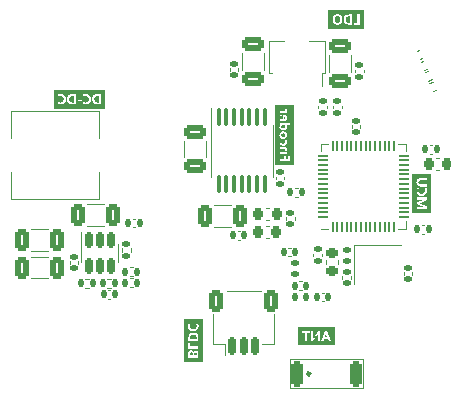
<source format=gbo>
G04 #@! TF.GenerationSoftware,KiCad,Pcbnew,(7.0.0)*
G04 #@! TF.CreationDate,2023-05-14T21:45:47+08:00*
G04 #@! TF.ProjectId,ServoLess,53657276-6f4c-4657-9373-2e6b69636164,V2.0*
G04 #@! TF.SameCoordinates,Original*
G04 #@! TF.FileFunction,Legend,Bot*
G04 #@! TF.FilePolarity,Positive*
%FSLAX46Y46*%
G04 Gerber Fmt 4.6, Leading zero omitted, Abs format (unit mm)*
G04 Created by KiCad (PCBNEW (7.0.0)) date 2023-05-14 21:45:47*
%MOMM*%
%LPD*%
G01*
G04 APERTURE LIST*
G04 Aperture macros list*
%AMRoundRect*
0 Rectangle with rounded corners*
0 $1 Rounding radius*
0 $2 $3 $4 $5 $6 $7 $8 $9 X,Y pos of 4 corners*
0 Add a 4 corners polygon primitive as box body*
4,1,4,$2,$3,$4,$5,$6,$7,$8,$9,$2,$3,0*
0 Add four circle primitives for the rounded corners*
1,1,$1+$1,$2,$3*
1,1,$1+$1,$4,$5*
1,1,$1+$1,$6,$7*
1,1,$1+$1,$8,$9*
0 Add four rect primitives between the rounded corners*
20,1,$1+$1,$2,$3,$4,$5,0*
20,1,$1+$1,$4,$5,$6,$7,0*
20,1,$1+$1,$6,$7,$8,$9,0*
20,1,$1+$1,$8,$9,$2,$3,0*%
%AMHorizOval*
0 Thick line with rounded ends*
0 $1 width*
0 $2 $3 position (X,Y) of the first rounded end (center of the circle)*
0 $4 $5 position (X,Y) of the second rounded end (center of the circle)*
0 Add line between two ends*
20,1,$1,$2,$3,$4,$5,0*
0 Add two circle primitives to create the rounded ends*
1,1,$1,$2,$3*
1,1,$1,$4,$5*%
%AMFreePoly0*
4,1,9,3.862500,-0.866500,0.737500,-0.866500,0.737500,-0.450000,-0.737500,-0.450000,-0.737500,0.450000,0.737500,0.450000,0.737500,0.866500,3.862500,0.866500,3.862500,-0.866500,3.862500,-0.866500,$1*%
G04 Aperture macros list end*
%ADD10C,0.160000*%
%ADD11C,0.120000*%
%ADD12C,0.280000*%
%ADD13RoundRect,0.050000X-0.387500X-0.050000X0.387500X-0.050000X0.387500X0.050000X-0.387500X0.050000X0*%
%ADD14RoundRect,0.050000X-0.050000X-0.387500X0.050000X-0.387500X0.050000X0.387500X-0.050000X0.387500X0*%
%ADD15R,5.600000X5.600000*%
%ADD16C,0.650000*%
%ADD17HorizOval,1.000000X0.508134X0.210476X-0.508134X-0.210476X0*%
%ADD18HorizOval,1.000000X0.277164X0.114805X-0.277164X-0.114805X0*%
%ADD19C,1.400000*%
%ADD20R,3.500000X3.500000*%
%ADD21C,3.500000*%
%ADD22RoundRect,0.147500X0.172500X-0.147500X0.172500X0.147500X-0.172500X0.147500X-0.172500X-0.147500X0*%
%ADD23RoundRect,0.100000X-0.100000X0.637500X-0.100000X-0.637500X0.100000X-0.637500X0.100000X0.637500X0*%
%ADD24RoundRect,0.218750X-0.218750X-0.256250X0.218750X-0.256250X0.218750X0.256250X-0.218750X0.256250X0*%
%ADD25RoundRect,0.140000X0.140000X0.170000X-0.140000X0.170000X-0.140000X-0.170000X0.140000X-0.170000X0*%
%ADD26RoundRect,0.250000X-0.325000X-0.650000X0.325000X-0.650000X0.325000X0.650000X-0.325000X0.650000X0*%
%ADD27RoundRect,0.140000X-0.170000X0.140000X-0.170000X-0.140000X0.170000X-0.140000X0.170000X0.140000X0*%
%ADD28R,1.400000X1.200000*%
%ADD29RoundRect,0.135000X0.135000X0.185000X-0.135000X0.185000X-0.135000X-0.185000X0.135000X-0.185000X0*%
%ADD30RoundRect,0.140000X0.170000X-0.140000X0.170000X0.140000X-0.170000X0.140000X-0.170000X-0.140000X0*%
%ADD31RoundRect,0.225000X-0.225000X-0.250000X0.225000X-0.250000X0.225000X0.250000X-0.225000X0.250000X0*%
%ADD32RoundRect,0.250000X0.325000X0.650000X-0.325000X0.650000X-0.325000X-0.650000X0.325000X-0.650000X0*%
%ADD33RoundRect,0.225000X-0.250000X0.225000X-0.250000X-0.225000X0.250000X-0.225000X0.250000X0.225000X0*%
%ADD34RoundRect,0.140000X-0.140000X-0.170000X0.140000X-0.170000X0.140000X0.170000X-0.140000X0.170000X0*%
%ADD35RoundRect,0.150000X-0.150000X-0.625000X0.150000X-0.625000X0.150000X0.625000X-0.150000X0.625000X0*%
%ADD36RoundRect,0.250000X-0.350000X-0.650000X0.350000X-0.650000X0.350000X0.650000X-0.350000X0.650000X0*%
%ADD37RoundRect,0.147500X0.147500X0.172500X-0.147500X0.172500X-0.147500X-0.172500X0.147500X-0.172500X0*%
%ADD38RoundRect,0.250000X-0.650000X0.325000X-0.650000X-0.325000X0.650000X-0.325000X0.650000X0.325000X0*%
%ADD39RoundRect,0.135000X-0.053927X-0.222580X0.195520X-0.119255X0.053927X0.222580X-0.195520X0.119255X0*%
%ADD40RoundRect,0.135000X-0.135000X-0.185000X0.135000X-0.185000X0.135000X0.185000X-0.135000X0.185000X0*%
%ADD41RoundRect,0.250000X-0.250000X0.850000X-0.250000X-0.850000X0.250000X-0.850000X0.250000X0.850000X0*%
%ADD42R,1.500000X2.200000*%
%ADD43RoundRect,0.140000X-0.064287X-0.210635X0.194399X-0.103484X0.064287X0.210635X-0.194399X0.103484X0*%
%ADD44R,0.900000X1.300000*%
%ADD45FreePoly0,90.000000*%
%ADD46RoundRect,0.135000X-0.185000X0.135000X-0.185000X-0.135000X0.185000X-0.135000X0.185000X0.135000X0*%
%ADD47RoundRect,0.250000X0.650000X-0.325000X0.650000X0.325000X-0.650000X0.325000X-0.650000X-0.325000X0*%
%ADD48RoundRect,0.150000X-0.150000X0.512500X-0.150000X-0.512500X0.150000X-0.512500X0.150000X0.512500X0*%
%ADD49RoundRect,0.147500X0.017678X-0.226274X0.226274X-0.017678X-0.017678X0.226274X-0.226274X0.017678X0*%
G04 APERTURE END LIST*
D10*
G36*
X156223148Y-95589244D02*
G01*
X154639209Y-95589244D01*
X154639209Y-94259549D01*
X155006000Y-94259549D01*
X155006000Y-94447128D01*
X155521840Y-94447128D01*
X155530922Y-94447111D01*
X155540290Y-94447061D01*
X155549943Y-94446977D01*
X155559881Y-94446859D01*
X155570105Y-94446708D01*
X155580614Y-94446523D01*
X155591409Y-94446305D01*
X155602489Y-94446053D01*
X155613855Y-94445768D01*
X155625506Y-94445449D01*
X155637443Y-94445096D01*
X155649665Y-94444710D01*
X155662172Y-94444290D01*
X155674965Y-94443837D01*
X155688044Y-94443350D01*
X155701408Y-94442829D01*
X155701408Y-94447128D01*
X155691387Y-94449178D01*
X155681792Y-94451176D01*
X155672623Y-94453123D01*
X155663880Y-94455017D01*
X155655563Y-94456859D01*
X155647671Y-94458650D01*
X155636633Y-94461239D01*
X155626553Y-94463710D01*
X155617431Y-94466066D01*
X155609267Y-94468304D01*
X155599873Y-94471106D01*
X155592182Y-94473702D01*
X155006000Y-94684727D01*
X155006000Y-94834790D01*
X155586711Y-95045621D01*
X155595024Y-95048283D01*
X155604237Y-95050819D01*
X155612641Y-95052957D01*
X155622326Y-95055298D01*
X155633292Y-95057841D01*
X155641315Y-95059649D01*
X155649907Y-95061547D01*
X155659068Y-95063536D01*
X155668799Y-95065614D01*
X155679099Y-95067783D01*
X155689969Y-95070041D01*
X155701408Y-95072390D01*
X155701408Y-95077274D01*
X155688022Y-95076683D01*
X155674633Y-95076130D01*
X155661240Y-95075614D01*
X155647845Y-95075137D01*
X155634447Y-95074698D01*
X155621046Y-95074298D01*
X155607641Y-95073935D01*
X155594234Y-95073611D01*
X155580824Y-95073325D01*
X155567410Y-95073077D01*
X155553993Y-95072867D01*
X155540574Y-95072695D01*
X155527151Y-95072561D01*
X155513725Y-95072466D01*
X155500297Y-95072409D01*
X155486865Y-95072390D01*
X155006000Y-95072390D01*
X155006000Y-95234958D01*
X155856355Y-95234958D01*
X155856355Y-94972348D01*
X155342468Y-94786137D01*
X155334560Y-94783265D01*
X155326709Y-94780510D01*
X155318916Y-94777873D01*
X155311181Y-94775354D01*
X155303504Y-94772952D01*
X155295885Y-94770667D01*
X155288324Y-94768500D01*
X155277092Y-94765470D01*
X155265990Y-94762705D01*
X155255018Y-94760204D01*
X155244177Y-94757967D01*
X155233467Y-94755995D01*
X155222887Y-94754288D01*
X155222887Y-94750380D01*
X155231533Y-94748153D01*
X155240033Y-94745919D01*
X155248386Y-94743678D01*
X155256593Y-94741428D01*
X155264653Y-94739171D01*
X155272566Y-94736907D01*
X155280333Y-94734635D01*
X155287953Y-94732355D01*
X155295427Y-94730067D01*
X155306363Y-94726622D01*
X155316969Y-94723159D01*
X155327246Y-94719679D01*
X155337193Y-94716182D01*
X155343641Y-94713841D01*
X155856355Y-94522159D01*
X155856355Y-94259549D01*
X155006000Y-94259549D01*
X154639209Y-94259549D01*
X154639209Y-93714009D01*
X154993494Y-93714009D01*
X154993606Y-93725996D01*
X154993942Y-93737828D01*
X154994501Y-93749505D01*
X154995283Y-93761025D01*
X154996290Y-93772390D01*
X154997520Y-93783599D01*
X154998973Y-93794653D01*
X155000651Y-93805551D01*
X155002551Y-93816293D01*
X155004676Y-93826879D01*
X155007024Y-93837310D01*
X155009596Y-93847585D01*
X155012391Y-93857704D01*
X155015410Y-93867668D01*
X155018653Y-93877476D01*
X155022120Y-93887128D01*
X155025810Y-93896624D01*
X155029723Y-93905965D01*
X155033860Y-93915150D01*
X155038221Y-93924180D01*
X155042806Y-93933053D01*
X155047614Y-93941771D01*
X155052646Y-93950333D01*
X155057901Y-93958740D01*
X155063380Y-93966991D01*
X155069083Y-93975086D01*
X155075009Y-93983025D01*
X155081159Y-93990809D01*
X155087533Y-93998437D01*
X155094130Y-94005909D01*
X155100951Y-94013226D01*
X155107995Y-94020387D01*
X155115226Y-94027359D01*
X155122606Y-94034110D01*
X155130134Y-94040640D01*
X155137811Y-94046948D01*
X155145637Y-94053035D01*
X155153612Y-94058901D01*
X155161736Y-94064545D01*
X155170009Y-94069968D01*
X155178430Y-94075170D01*
X155187000Y-94080150D01*
X155195719Y-94084909D01*
X155204587Y-94089446D01*
X155213604Y-94093763D01*
X155222770Y-94097858D01*
X155232084Y-94101731D01*
X155241547Y-94105383D01*
X155251159Y-94108814D01*
X155260920Y-94112024D01*
X155270830Y-94115012D01*
X155280889Y-94117779D01*
X155291096Y-94120324D01*
X155301452Y-94122648D01*
X155311958Y-94124751D01*
X155322612Y-94126632D01*
X155333414Y-94128293D01*
X155344366Y-94129731D01*
X155355466Y-94130949D01*
X155366716Y-94131945D01*
X155378114Y-94132719D01*
X155389661Y-94133273D01*
X155401357Y-94133605D01*
X155413201Y-94133715D01*
X155425660Y-94133592D01*
X155437976Y-94133222D01*
X155450150Y-94132604D01*
X155462181Y-94131740D01*
X155474070Y-94130629D01*
X155485817Y-94129271D01*
X155497421Y-94127666D01*
X155508883Y-94125814D01*
X155520203Y-94123715D01*
X155531380Y-94121370D01*
X155542415Y-94118777D01*
X155553308Y-94115938D01*
X155564058Y-94112851D01*
X155574666Y-94109518D01*
X155585132Y-94105938D01*
X155595455Y-94102110D01*
X155605636Y-94098036D01*
X155615675Y-94093715D01*
X155625571Y-94089147D01*
X155635325Y-94084333D01*
X155644936Y-94079271D01*
X155654405Y-94073962D01*
X155663732Y-94068407D01*
X155672917Y-94062604D01*
X155681959Y-94056555D01*
X155690859Y-94050258D01*
X155699616Y-94043715D01*
X155708231Y-94036925D01*
X155716704Y-94029888D01*
X155725034Y-94022604D01*
X155733222Y-94015073D01*
X155741268Y-94007295D01*
X155749118Y-93999310D01*
X155756719Y-93991181D01*
X155764070Y-93982908D01*
X155771173Y-93974491D01*
X155778026Y-93965930D01*
X155784630Y-93957225D01*
X155790984Y-93948376D01*
X155797090Y-93939384D01*
X155802946Y-93930247D01*
X155808553Y-93920967D01*
X155813911Y-93911543D01*
X155819020Y-93901975D01*
X155823879Y-93892263D01*
X155828490Y-93882407D01*
X155832851Y-93872408D01*
X155836963Y-93862264D01*
X155840825Y-93851977D01*
X155844439Y-93841545D01*
X155847803Y-93830970D01*
X155850918Y-93820251D01*
X155853784Y-93809388D01*
X155856400Y-93798382D01*
X155858768Y-93787231D01*
X155860886Y-93775936D01*
X155862755Y-93764498D01*
X155864375Y-93752916D01*
X155865746Y-93741190D01*
X155866867Y-93729320D01*
X155867739Y-93717306D01*
X155868362Y-93705148D01*
X155868736Y-93692846D01*
X155868861Y-93680401D01*
X155868735Y-93664928D01*
X155868357Y-93649773D01*
X155867727Y-93634935D01*
X155866846Y-93620415D01*
X155865712Y-93606212D01*
X155864327Y-93592327D01*
X155862690Y-93578759D01*
X155860801Y-93565509D01*
X155858660Y-93552576D01*
X155856267Y-93539961D01*
X155853622Y-93527663D01*
X155850726Y-93515683D01*
X155847577Y-93504021D01*
X155844177Y-93492676D01*
X155840525Y-93481648D01*
X155836621Y-93470938D01*
X155661743Y-93470938D01*
X155667800Y-93481947D01*
X155673466Y-93493137D01*
X155678742Y-93504509D01*
X155683627Y-93516062D01*
X155688121Y-93527797D01*
X155692224Y-93539714D01*
X155695937Y-93551812D01*
X155699258Y-93564092D01*
X155702189Y-93576554D01*
X155704729Y-93589197D01*
X155706879Y-93602022D01*
X155708637Y-93615029D01*
X155710005Y-93628218D01*
X155710982Y-93641588D01*
X155711568Y-93655139D01*
X155711764Y-93668872D01*
X155711686Y-93676700D01*
X155711068Y-93692060D01*
X155709832Y-93707026D01*
X155707977Y-93721598D01*
X155705504Y-93735776D01*
X155702413Y-93749561D01*
X155698703Y-93762951D01*
X155694376Y-93775948D01*
X155689430Y-93788551D01*
X155683866Y-93800760D01*
X155677683Y-93812575D01*
X155670883Y-93823997D01*
X155663464Y-93835024D01*
X155655427Y-93845658D01*
X155646771Y-93855898D01*
X155637498Y-93865744D01*
X155632629Y-93870519D01*
X155622572Y-93879676D01*
X155612137Y-93888242D01*
X155601323Y-93896218D01*
X155590131Y-93903602D01*
X155578560Y-93910396D01*
X155566610Y-93916599D01*
X155554282Y-93922211D01*
X155541575Y-93927233D01*
X155528490Y-93931663D01*
X155515026Y-93935503D01*
X155501184Y-93938752D01*
X155486963Y-93941411D01*
X155472363Y-93943479D01*
X155457385Y-93944955D01*
X155442028Y-93945842D01*
X155434208Y-93946063D01*
X155426293Y-93946137D01*
X155410948Y-93945857D01*
X155395982Y-93945017D01*
X155381395Y-93943616D01*
X155367186Y-93941655D01*
X155353356Y-93939134D01*
X155339904Y-93936053D01*
X155326831Y-93932411D01*
X155314136Y-93928210D01*
X155301820Y-93923448D01*
X155289883Y-93918125D01*
X155278324Y-93912243D01*
X155267144Y-93905800D01*
X155256342Y-93898797D01*
X155245919Y-93891234D01*
X155235875Y-93883111D01*
X155226209Y-93874427D01*
X155217052Y-93865266D01*
X155208486Y-93855709D01*
X155200511Y-93845757D01*
X155193126Y-93835409D01*
X155186332Y-93824667D01*
X155180129Y-93813528D01*
X155174517Y-93801995D01*
X155169496Y-93790066D01*
X155165065Y-93777741D01*
X155161225Y-93765022D01*
X155157976Y-93751907D01*
X155155317Y-93738396D01*
X155153250Y-93724490D01*
X155151773Y-93710189D01*
X155150887Y-93695493D01*
X155150591Y-93680401D01*
X155150787Y-93666119D01*
X155151373Y-93651995D01*
X155152350Y-93638031D01*
X155153718Y-93624225D01*
X155155476Y-93610578D01*
X155157625Y-93597090D01*
X155160166Y-93583760D01*
X155163096Y-93570589D01*
X155166418Y-93557577D01*
X155170131Y-93544724D01*
X155174234Y-93532029D01*
X155178728Y-93519494D01*
X155183613Y-93507117D01*
X155188889Y-93494898D01*
X155194555Y-93482839D01*
X155200612Y-93470938D01*
X155038044Y-93470938D01*
X155032649Y-93482810D01*
X155027603Y-93495124D01*
X155022904Y-93507881D01*
X155018554Y-93521081D01*
X155014551Y-93534724D01*
X155010897Y-93548809D01*
X155007590Y-93563337D01*
X155004632Y-93578307D01*
X155002021Y-93593720D01*
X155000847Y-93601593D01*
X154999759Y-93609576D01*
X154998758Y-93617670D01*
X154997845Y-93625875D01*
X154997018Y-93634190D01*
X154996279Y-93642616D01*
X154995626Y-93651153D01*
X154995060Y-93659800D01*
X154994582Y-93668558D01*
X154994190Y-93677427D01*
X154993886Y-93686406D01*
X154993668Y-93695496D01*
X154993538Y-93704697D01*
X154993494Y-93714009D01*
X154639209Y-93714009D01*
X154639209Y-92997889D01*
X154993494Y-92997889D01*
X154993855Y-93019058D01*
X154994938Y-93039556D01*
X154996742Y-93059381D01*
X154999268Y-93078534D01*
X155002515Y-93097016D01*
X155006484Y-93114825D01*
X155011175Y-93131962D01*
X155016587Y-93148428D01*
X155022722Y-93164221D01*
X155029577Y-93179342D01*
X155037155Y-93193791D01*
X155045454Y-93207568D01*
X155054475Y-93220673D01*
X155064217Y-93233106D01*
X155074681Y-93244867D01*
X155085867Y-93255956D01*
X155097774Y-93266372D01*
X155110403Y-93276117D01*
X155123754Y-93285190D01*
X155137827Y-93293590D01*
X155152621Y-93301319D01*
X155168136Y-93308375D01*
X155184374Y-93314760D01*
X155201333Y-93320472D01*
X155219013Y-93325513D01*
X155237416Y-93329881D01*
X155256540Y-93333577D01*
X155276385Y-93336601D01*
X155296953Y-93338954D01*
X155318242Y-93340634D01*
X155340253Y-93341642D01*
X155362985Y-93341978D01*
X155856355Y-93341978D01*
X155856355Y-93154399D01*
X155362399Y-93154399D01*
X155349368Y-93154239D01*
X155336750Y-93153759D01*
X155324546Y-93152959D01*
X155312756Y-93151838D01*
X155301380Y-93150397D01*
X155290417Y-93148636D01*
X155279868Y-93146555D01*
X155269733Y-93144153D01*
X155260011Y-93141432D01*
X155250703Y-93138390D01*
X155241809Y-93135028D01*
X155233329Y-93131346D01*
X155225262Y-93127344D01*
X155217608Y-93123021D01*
X155210369Y-93118378D01*
X155203543Y-93113415D01*
X155197131Y-93108132D01*
X155191133Y-93102529D01*
X155185548Y-93096606D01*
X155180377Y-93090362D01*
X155175619Y-93083798D01*
X155171276Y-93076914D01*
X155167346Y-93069710D01*
X155163829Y-93062185D01*
X155160727Y-93054341D01*
X155158038Y-93046176D01*
X155155762Y-93037691D01*
X155153901Y-93028886D01*
X155152453Y-93019761D01*
X155151419Y-93010315D01*
X155150798Y-93000549D01*
X155150591Y-92990464D01*
X155150790Y-92980546D01*
X155151388Y-92970943D01*
X155152384Y-92961655D01*
X155153779Y-92952682D01*
X155155572Y-92944024D01*
X155157763Y-92935681D01*
X155160353Y-92927652D01*
X155163341Y-92919938D01*
X155166727Y-92912540D01*
X155170512Y-92905456D01*
X155174696Y-92898686D01*
X155179278Y-92892232D01*
X155184258Y-92886093D01*
X155189637Y-92880268D01*
X155195414Y-92874758D01*
X155201589Y-92869563D01*
X155208163Y-92864683D01*
X155215135Y-92860118D01*
X155222506Y-92855868D01*
X155230275Y-92851932D01*
X155238443Y-92848311D01*
X155247009Y-92845005D01*
X155255974Y-92842014D01*
X155265337Y-92839338D01*
X155275098Y-92836977D01*
X155285258Y-92834930D01*
X155295816Y-92833199D01*
X155306772Y-92831782D01*
X155318127Y-92830680D01*
X155329881Y-92829893D01*
X155342033Y-92829421D01*
X155354583Y-92829263D01*
X155856355Y-92829263D01*
X155856355Y-92641685D01*
X155372950Y-92641685D01*
X155349605Y-92642033D01*
X155327000Y-92643076D01*
X155305137Y-92644815D01*
X155284015Y-92647250D01*
X155263634Y-92650381D01*
X155243994Y-92654208D01*
X155225096Y-92658730D01*
X155206938Y-92663948D01*
X155189522Y-92669861D01*
X155172846Y-92676470D01*
X155156912Y-92683775D01*
X155141719Y-92691776D01*
X155127267Y-92700472D01*
X155113556Y-92709864D01*
X155100587Y-92719952D01*
X155088358Y-92730736D01*
X155076871Y-92742215D01*
X155066124Y-92754390D01*
X155056119Y-92767261D01*
X155046855Y-92780827D01*
X155038332Y-92795089D01*
X155030550Y-92810047D01*
X155023510Y-92825700D01*
X155017210Y-92842049D01*
X155011652Y-92859094D01*
X155006835Y-92876835D01*
X155002758Y-92895271D01*
X154999423Y-92914403D01*
X154996829Y-92934231D01*
X154994977Y-92954754D01*
X154993865Y-92975974D01*
X154993494Y-92997889D01*
X154639209Y-92997889D01*
X154639209Y-92287399D01*
X156223148Y-92287399D01*
X156223148Y-95589244D01*
G37*
G36*
X143727823Y-88848641D02*
G01*
X143738427Y-88849057D01*
X143748683Y-88849749D01*
X143758592Y-88850719D01*
X143768152Y-88851966D01*
X143777365Y-88853490D01*
X143786231Y-88855291D01*
X143794749Y-88857369D01*
X143802919Y-88859724D01*
X143810741Y-88862356D01*
X143818216Y-88865265D01*
X143832123Y-88871914D01*
X143844638Y-88879672D01*
X143855764Y-88888538D01*
X143865498Y-88898513D01*
X143873842Y-88909595D01*
X143880796Y-88921786D01*
X143886358Y-88935085D01*
X143890530Y-88949492D01*
X143893311Y-88965008D01*
X143894181Y-88973181D01*
X143894702Y-88981631D01*
X143894876Y-88990359D01*
X143894689Y-88998884D01*
X143894128Y-89007169D01*
X143893193Y-89015212D01*
X143891884Y-89023014D01*
X143889219Y-89034265D01*
X143885713Y-89044973D01*
X143881365Y-89055139D01*
X143876176Y-89064761D01*
X143870145Y-89073841D01*
X143863273Y-89082379D01*
X143855560Y-89090374D01*
X143847004Y-89097826D01*
X143837682Y-89104670D01*
X143831081Y-89108859D01*
X143824172Y-89112748D01*
X143816955Y-89116339D01*
X143809429Y-89119630D01*
X143801595Y-89122622D01*
X143793452Y-89125315D01*
X143785001Y-89127708D01*
X143776242Y-89129802D01*
X143767175Y-89131598D01*
X143757799Y-89133094D01*
X143748115Y-89134290D01*
X143738122Y-89135188D01*
X143727821Y-89135786D01*
X143717212Y-89136086D01*
X143711792Y-89136123D01*
X143700600Y-89135980D01*
X143689763Y-89135550D01*
X143679282Y-89134833D01*
X143669156Y-89133830D01*
X143659385Y-89132540D01*
X143649970Y-89130964D01*
X143640910Y-89129101D01*
X143632205Y-89126952D01*
X143623856Y-89124516D01*
X143615861Y-89121793D01*
X143608222Y-89118783D01*
X143600939Y-89115488D01*
X143587438Y-89108036D01*
X143575357Y-89099438D01*
X143564699Y-89089693D01*
X143555461Y-89078802D01*
X143547644Y-89066765D01*
X143541249Y-89053581D01*
X143536275Y-89039251D01*
X143534321Y-89031656D01*
X143532722Y-89023774D01*
X143531478Y-89015606D01*
X143530590Y-89007151D01*
X143530057Y-88998410D01*
X143529879Y-88989382D01*
X143530062Y-88980715D01*
X143530610Y-88972322D01*
X143531523Y-88964205D01*
X143532801Y-88956363D01*
X143536453Y-88941505D01*
X143541566Y-88927747D01*
X143548140Y-88915090D01*
X143556175Y-88903534D01*
X143565671Y-88893078D01*
X143576628Y-88883722D01*
X143589045Y-88875468D01*
X143602923Y-88868314D01*
X143610410Y-88865150D01*
X143618263Y-88862260D01*
X143626480Y-88859646D01*
X143635063Y-88857308D01*
X143644011Y-88855244D01*
X143653324Y-88853455D01*
X143663002Y-88851942D01*
X143673045Y-88850704D01*
X143683454Y-88849741D01*
X143694228Y-88849053D01*
X143705367Y-88848640D01*
X143716872Y-88848503D01*
X143727823Y-88848641D01*
G37*
G36*
X143763789Y-88125879D02*
G01*
X143774773Y-88126883D01*
X143785386Y-88128558D01*
X143795628Y-88130902D01*
X143805499Y-88133916D01*
X143814999Y-88137599D01*
X143824129Y-88141953D01*
X143832887Y-88146976D01*
X143841275Y-88152669D01*
X143849291Y-88159032D01*
X143854429Y-88163646D01*
X143861658Y-88170920D01*
X143868175Y-88178527D01*
X143873981Y-88186467D01*
X143879077Y-88194741D01*
X143883461Y-88203348D01*
X143887134Y-88212287D01*
X143890097Y-88221560D01*
X143892348Y-88231167D01*
X143893889Y-88241106D01*
X143894718Y-88251378D01*
X143894876Y-88258412D01*
X143894675Y-88266582D01*
X143894073Y-88274532D01*
X143892417Y-88286045D01*
X143889858Y-88297063D01*
X143886395Y-88307587D01*
X143882029Y-88317616D01*
X143876759Y-88327151D01*
X143870587Y-88336191D01*
X143863511Y-88344737D01*
X143855532Y-88352787D01*
X143846649Y-88360344D01*
X143843487Y-88362752D01*
X143836921Y-88367343D01*
X143830069Y-88371637D01*
X143822932Y-88375635D01*
X143815509Y-88379337D01*
X143807801Y-88382742D01*
X143799808Y-88385852D01*
X143791528Y-88388665D01*
X143782964Y-88391182D01*
X143774114Y-88393403D01*
X143764978Y-88395328D01*
X143755558Y-88396957D01*
X143745851Y-88398290D01*
X143735859Y-88399326D01*
X143725582Y-88400067D01*
X143715019Y-88400511D01*
X143704171Y-88400659D01*
X143693867Y-88400516D01*
X143683862Y-88400088D01*
X143674157Y-88399374D01*
X143664750Y-88398375D01*
X143655643Y-88397091D01*
X143646835Y-88395521D01*
X143638326Y-88393665D01*
X143630117Y-88391524D01*
X143622206Y-88389098D01*
X143614595Y-88386386D01*
X143607283Y-88383389D01*
X143596876Y-88378357D01*
X143587142Y-88372684D01*
X143578082Y-88366368D01*
X143575211Y-88364120D01*
X143567110Y-88357025D01*
X143559805Y-88349443D01*
X143553298Y-88341372D01*
X143547587Y-88332814D01*
X143542673Y-88323769D01*
X143538556Y-88314235D01*
X143535236Y-88304214D01*
X143532713Y-88293705D01*
X143530986Y-88282708D01*
X143530057Y-88271224D01*
X143529879Y-88263297D01*
X143530300Y-88252202D01*
X143531562Y-88241484D01*
X143533666Y-88231145D01*
X143536611Y-88221183D01*
X143540398Y-88211599D01*
X143545026Y-88202393D01*
X143550496Y-88193565D01*
X143556807Y-88185115D01*
X143563960Y-88177042D01*
X143571954Y-88169347D01*
X143577751Y-88164427D01*
X143586978Y-88157478D01*
X143596706Y-88151213D01*
X143606935Y-88145631D01*
X143614034Y-88142290D01*
X143621355Y-88139252D01*
X143628899Y-88136518D01*
X143636666Y-88134088D01*
X143644656Y-88131961D01*
X143652868Y-88130138D01*
X143661304Y-88128620D01*
X143669962Y-88127404D01*
X143678844Y-88126493D01*
X143687948Y-88125886D01*
X143697275Y-88125582D01*
X143702022Y-88125544D01*
X143752434Y-88125544D01*
X143763789Y-88125879D01*
G37*
G36*
X143777331Y-87431607D02*
G01*
X143785735Y-87431917D01*
X143793863Y-87432434D01*
X143801716Y-87433158D01*
X143816595Y-87435227D01*
X143830371Y-87438122D01*
X143843046Y-87441845D01*
X143854619Y-87446396D01*
X143865089Y-87451774D01*
X143874457Y-87457979D01*
X143882723Y-87465012D01*
X143889887Y-87472872D01*
X143895949Y-87481559D01*
X143900909Y-87491074D01*
X143904766Y-87501416D01*
X143907522Y-87512586D01*
X143909175Y-87524583D01*
X143909726Y-87537407D01*
X143909386Y-87545526D01*
X143908366Y-87553470D01*
X143906666Y-87561238D01*
X143904285Y-87568832D01*
X143901225Y-87576250D01*
X143897485Y-87583493D01*
X143893064Y-87590561D01*
X143887964Y-87597454D01*
X143882183Y-87604172D01*
X143875723Y-87610714D01*
X143871038Y-87614979D01*
X143863564Y-87621093D01*
X143855651Y-87626762D01*
X143847297Y-87631984D01*
X143838505Y-87636759D01*
X143829272Y-87641088D01*
X143819600Y-87644970D01*
X143809489Y-87648406D01*
X143798937Y-87651395D01*
X143787946Y-87653938D01*
X143776516Y-87656034D01*
X143768651Y-87657184D01*
X143768651Y-87431503D01*
X143777331Y-87431607D01*
G37*
G36*
X144660663Y-91559244D02*
G01*
X143039209Y-91559244D01*
X143039209Y-90704748D01*
X143406000Y-90704748D01*
X143406000Y-91204958D01*
X144256355Y-91204958D01*
X144256355Y-90729759D01*
X144108051Y-90729759D01*
X144108051Y-91025000D01*
X143906209Y-91025000D01*
X143906209Y-90742264D01*
X143758295Y-90742264D01*
X143758295Y-91029884D01*
X143554304Y-91029884D01*
X143554304Y-90704748D01*
X143406000Y-90704748D01*
X143039209Y-90704748D01*
X143039209Y-90014616D01*
X143406000Y-90014616D01*
X143406000Y-90189689D01*
X143746767Y-90189689D01*
X143755879Y-90189793D01*
X143764702Y-90190106D01*
X143773236Y-90190627D01*
X143781480Y-90191356D01*
X143789435Y-90192294D01*
X143804478Y-90194794D01*
X143818363Y-90198128D01*
X143831091Y-90202295D01*
X143842662Y-90207296D01*
X143853076Y-90213131D01*
X143862333Y-90219798D01*
X143870432Y-90227300D01*
X143877375Y-90235634D01*
X143883160Y-90244803D01*
X143887789Y-90254804D01*
X143891260Y-90265640D01*
X143893574Y-90277308D01*
X143894731Y-90289811D01*
X143894876Y-90296374D01*
X143894529Y-90305785D01*
X143893488Y-90314894D01*
X143891754Y-90323700D01*
X143889326Y-90332205D01*
X143886203Y-90340407D01*
X143882388Y-90348306D01*
X143877878Y-90355904D01*
X143872674Y-90363199D01*
X143866777Y-90370192D01*
X143860186Y-90376883D01*
X143855406Y-90381175D01*
X143847813Y-90387181D01*
X143839836Y-90392597D01*
X143831474Y-90397421D01*
X143822727Y-90401655D01*
X143813595Y-90405298D01*
X143804079Y-90408350D01*
X143794178Y-90410812D01*
X143783892Y-90412683D01*
X143773222Y-90413963D01*
X143762167Y-90414652D01*
X143754583Y-90414783D01*
X143406000Y-90414783D01*
X143406000Y-90589856D01*
X144018756Y-90589856D01*
X144018756Y-90414783D01*
X143919691Y-90414783D01*
X143919691Y-90412634D01*
X143926555Y-90408408D01*
X143933202Y-90404061D01*
X143939630Y-90399591D01*
X143951833Y-90390286D01*
X143963164Y-90380491D01*
X143973624Y-90370209D01*
X143983212Y-90359438D01*
X143991928Y-90348178D01*
X143999773Y-90336430D01*
X144006746Y-90324193D01*
X144012848Y-90311468D01*
X144018078Y-90298255D01*
X144022436Y-90284553D01*
X144025922Y-90270362D01*
X144028537Y-90255683D01*
X144030281Y-90240516D01*
X144031152Y-90224860D01*
X144031261Y-90216849D01*
X144031015Y-90204407D01*
X144030278Y-90192360D01*
X144029049Y-90180708D01*
X144027329Y-90169450D01*
X144025117Y-90158588D01*
X144022413Y-90148121D01*
X144019218Y-90138049D01*
X144015532Y-90128372D01*
X144011354Y-90119090D01*
X144006684Y-90110202D01*
X144001523Y-90101710D01*
X143995870Y-90093613D01*
X143989726Y-90085911D01*
X143983090Y-90078603D01*
X143975963Y-90071691D01*
X143968344Y-90065174D01*
X143960234Y-90059052D01*
X143951632Y-90053324D01*
X143942538Y-90047992D01*
X143932953Y-90043055D01*
X143922877Y-90038512D01*
X143912309Y-90034365D01*
X143901249Y-90030613D01*
X143889698Y-90027255D01*
X143877655Y-90024293D01*
X143865121Y-90021725D01*
X143852095Y-90019553D01*
X143838578Y-90017776D01*
X143824569Y-90016393D01*
X143810069Y-90015406D01*
X143795077Y-90014813D01*
X143779593Y-90014616D01*
X143406000Y-90014616D01*
X143039209Y-90014616D01*
X143039209Y-89581622D01*
X143393494Y-89581622D01*
X143393577Y-89590192D01*
X143393825Y-89598659D01*
X143394238Y-89607022D01*
X143394816Y-89615282D01*
X143395560Y-89623438D01*
X143396469Y-89631491D01*
X143397543Y-89639441D01*
X143398782Y-89647287D01*
X143400187Y-89655029D01*
X143403492Y-89670204D01*
X143407458Y-89684966D01*
X143412084Y-89699314D01*
X143417372Y-89713248D01*
X143423321Y-89726768D01*
X143429931Y-89739875D01*
X143437202Y-89752568D01*
X143445134Y-89764847D01*
X143453726Y-89776713D01*
X143462980Y-89788165D01*
X143472895Y-89799203D01*
X143478100Y-89804567D01*
X143488895Y-89814859D01*
X143500079Y-89824488D01*
X143511652Y-89833452D01*
X143523615Y-89841753D01*
X143535966Y-89849389D01*
X143548708Y-89856362D01*
X143561838Y-89862670D01*
X143575357Y-89868314D01*
X143589266Y-89873294D01*
X143603564Y-89877611D01*
X143618252Y-89881263D01*
X143633329Y-89884251D01*
X143648794Y-89886575D01*
X143656673Y-89887488D01*
X143664650Y-89888235D01*
X143672723Y-89888816D01*
X143680894Y-89889231D01*
X143689162Y-89889480D01*
X143697528Y-89889563D01*
X143707160Y-89889474D01*
X143716663Y-89889206D01*
X143726038Y-89888760D01*
X143735285Y-89888135D01*
X143744402Y-89887331D01*
X143753391Y-89886349D01*
X143762252Y-89885188D01*
X143770984Y-89883848D01*
X143779587Y-89882330D01*
X143788062Y-89880633D01*
X143796408Y-89878758D01*
X143804625Y-89876704D01*
X143812714Y-89874471D01*
X143820674Y-89872060D01*
X143828506Y-89869471D01*
X143836209Y-89866702D01*
X143843783Y-89863755D01*
X143851229Y-89860630D01*
X143858546Y-89857326D01*
X143865735Y-89853843D01*
X143872795Y-89850181D01*
X143879726Y-89846342D01*
X143886529Y-89842323D01*
X143893203Y-89838126D01*
X143899748Y-89833750D01*
X143906165Y-89829196D01*
X143912454Y-89824463D01*
X143918613Y-89819551D01*
X143924644Y-89814461D01*
X143930547Y-89809192D01*
X143936321Y-89803745D01*
X143941966Y-89798119D01*
X143947460Y-89792332D01*
X143952779Y-89786426D01*
X143957924Y-89780401D01*
X143962895Y-89774256D01*
X143967691Y-89767993D01*
X143972312Y-89761611D01*
X143976760Y-89755109D01*
X143981033Y-89748489D01*
X143985131Y-89741749D01*
X143989055Y-89734890D01*
X143992805Y-89727913D01*
X143996380Y-89720816D01*
X143999781Y-89713600D01*
X144003008Y-89706265D01*
X144006060Y-89698811D01*
X144008937Y-89691238D01*
X144011641Y-89683546D01*
X144014170Y-89675735D01*
X144016524Y-89667805D01*
X144018704Y-89659755D01*
X144020710Y-89651587D01*
X144022541Y-89643299D01*
X144024198Y-89634893D01*
X144025680Y-89626367D01*
X144026988Y-89617723D01*
X144028122Y-89608959D01*
X144029081Y-89600076D01*
X144029866Y-89591074D01*
X144030476Y-89581953D01*
X144030912Y-89572713D01*
X144031174Y-89563354D01*
X144031261Y-89553876D01*
X144031146Y-89541213D01*
X144030800Y-89528966D01*
X144030224Y-89517137D01*
X144029417Y-89505724D01*
X144028380Y-89494727D01*
X144027112Y-89484148D01*
X144025614Y-89473985D01*
X144023885Y-89464239D01*
X144021926Y-89454910D01*
X144019736Y-89445997D01*
X144017316Y-89437501D01*
X144014665Y-89429422D01*
X144011784Y-89421760D01*
X144008672Y-89414514D01*
X144003572Y-89404427D01*
X144001757Y-89401273D01*
X143844855Y-89401273D01*
X143850912Y-89408961D01*
X143856579Y-89416734D01*
X143861854Y-89424592D01*
X143866739Y-89432536D01*
X143871233Y-89440566D01*
X143875337Y-89448681D01*
X143879049Y-89456881D01*
X143882371Y-89465167D01*
X143885302Y-89473538D01*
X143887842Y-89481995D01*
X143889991Y-89490538D01*
X143891750Y-89499166D01*
X143893117Y-89507879D01*
X143894094Y-89516678D01*
X143894681Y-89525562D01*
X143894876Y-89534532D01*
X143894683Y-89544591D01*
X143894104Y-89554398D01*
X143893138Y-89563953D01*
X143891786Y-89573257D01*
X143890048Y-89582308D01*
X143887924Y-89591108D01*
X143885414Y-89599655D01*
X143882517Y-89607951D01*
X143879235Y-89615995D01*
X143875566Y-89623787D01*
X143871510Y-89631328D01*
X143867069Y-89638616D01*
X143862241Y-89645653D01*
X143857028Y-89652437D01*
X143851427Y-89658970D01*
X143845441Y-89665251D01*
X143839118Y-89671213D01*
X143832506Y-89676791D01*
X143825605Y-89681984D01*
X143818416Y-89686793D01*
X143810938Y-89691217D01*
X143803172Y-89695256D01*
X143795117Y-89698910D01*
X143786774Y-89702180D01*
X143778142Y-89705065D01*
X143769222Y-89707566D01*
X143760013Y-89709682D01*
X143750516Y-89711413D01*
X143740731Y-89712759D01*
X143730656Y-89713721D01*
X143720293Y-89714298D01*
X143709642Y-89714490D01*
X143699328Y-89714308D01*
X143689291Y-89713760D01*
X143679532Y-89712848D01*
X143670050Y-89711571D01*
X143660847Y-89709930D01*
X143651922Y-89707923D01*
X143643274Y-89705552D01*
X143634904Y-89702815D01*
X143626812Y-89699714D01*
X143618998Y-89696248D01*
X143611461Y-89692417D01*
X143604203Y-89688222D01*
X143597222Y-89683661D01*
X143590519Y-89678736D01*
X143584094Y-89673446D01*
X143577946Y-89667791D01*
X143572126Y-89661799D01*
X143566681Y-89655545D01*
X143561611Y-89649031D01*
X143556917Y-89642255D01*
X143552599Y-89635219D01*
X143548656Y-89627921D01*
X143545088Y-89620363D01*
X143541896Y-89612543D01*
X143539080Y-89604462D01*
X143536639Y-89596121D01*
X143534574Y-89587518D01*
X143532884Y-89578654D01*
X143531569Y-89569530D01*
X143530631Y-89560144D01*
X143530067Y-89550497D01*
X143529879Y-89540589D01*
X143530075Y-89531712D01*
X143530661Y-89522863D01*
X143531638Y-89514042D01*
X143533006Y-89505247D01*
X143534764Y-89496480D01*
X143536914Y-89487741D01*
X143539454Y-89479029D01*
X143542385Y-89470345D01*
X143545706Y-89461688D01*
X143549419Y-89453059D01*
X143553522Y-89444457D01*
X143558016Y-89435882D01*
X143562901Y-89427335D01*
X143568177Y-89418816D01*
X143573843Y-89410324D01*
X143579900Y-89401859D01*
X143431987Y-89401859D01*
X143427326Y-89409957D01*
X143422965Y-89418474D01*
X143418905Y-89427409D01*
X143415146Y-89436762D01*
X143411688Y-89446533D01*
X143408530Y-89456722D01*
X143405674Y-89467330D01*
X143403117Y-89478356D01*
X143400862Y-89489800D01*
X143398907Y-89501663D01*
X143397253Y-89513944D01*
X143395900Y-89526643D01*
X143394848Y-89539760D01*
X143394096Y-89553296D01*
X143393645Y-89567250D01*
X143393494Y-89581622D01*
X143039209Y-89581622D01*
X143039209Y-88995048D01*
X143393494Y-88995048D01*
X143393577Y-89004076D01*
X143393826Y-89012986D01*
X143394240Y-89021779D01*
X143394819Y-89030454D01*
X143395565Y-89039013D01*
X143396476Y-89047454D01*
X143397552Y-89055779D01*
X143398794Y-89063986D01*
X143400202Y-89072076D01*
X143401776Y-89080049D01*
X143403515Y-89087904D01*
X143405419Y-89095643D01*
X143407490Y-89103264D01*
X143409726Y-89110768D01*
X143414695Y-89125425D01*
X143420326Y-89139613D01*
X143426620Y-89153333D01*
X143433576Y-89166584D01*
X143441195Y-89179366D01*
X143449476Y-89191680D01*
X143458420Y-89203525D01*
X143468026Y-89214901D01*
X143478295Y-89225809D01*
X143489160Y-89236149D01*
X143500503Y-89245822D01*
X143512326Y-89254827D01*
X143524628Y-89263166D01*
X143537410Y-89270837D01*
X143550671Y-89277842D01*
X143564411Y-89284179D01*
X143578630Y-89289849D01*
X143593329Y-89294853D01*
X143600858Y-89297104D01*
X143608507Y-89299189D01*
X143616276Y-89301107D01*
X143624165Y-89302858D01*
X143632173Y-89304442D01*
X143640302Y-89305860D01*
X143648550Y-89307110D01*
X143656918Y-89308194D01*
X143665406Y-89309112D01*
X143674013Y-89309862D01*
X143682741Y-89310446D01*
X143691588Y-89310863D01*
X143700555Y-89311113D01*
X143709642Y-89311196D01*
X143718958Y-89311110D01*
X143728149Y-89310853D01*
X143737214Y-89310423D01*
X143746153Y-89309822D01*
X143754967Y-89309050D01*
X143763656Y-89308105D01*
X143772219Y-89306989D01*
X143780656Y-89305701D01*
X143788968Y-89304241D01*
X143797154Y-89302610D01*
X143805214Y-89300806D01*
X143813149Y-89298831D01*
X143820959Y-89296685D01*
X143828643Y-89294366D01*
X143836201Y-89291876D01*
X143843634Y-89289214D01*
X143850941Y-89286381D01*
X143865179Y-89280198D01*
X143878915Y-89273329D01*
X143892148Y-89265773D01*
X143904879Y-89257530D01*
X143917108Y-89248600D01*
X143928835Y-89238982D01*
X143940059Y-89228678D01*
X143945483Y-89223269D01*
X143955870Y-89212017D01*
X143965587Y-89200292D01*
X143974634Y-89188093D01*
X143983011Y-89175422D01*
X143990718Y-89162277D01*
X143997754Y-89148659D01*
X144004120Y-89134567D01*
X144009817Y-89120003D01*
X144012413Y-89112543D01*
X144014843Y-89104965D01*
X144017104Y-89097269D01*
X144019199Y-89089454D01*
X144021125Y-89081521D01*
X144022884Y-89073470D01*
X144024476Y-89065301D01*
X144025900Y-89057013D01*
X144027157Y-89048607D01*
X144028246Y-89040082D01*
X144029167Y-89031439D01*
X144029921Y-89022678D01*
X144030507Y-89013799D01*
X144030926Y-89004801D01*
X144031177Y-88995685D01*
X144031261Y-88986451D01*
X144031179Y-88977521D01*
X144030931Y-88968706D01*
X144030519Y-88960007D01*
X144029942Y-88951424D01*
X144029200Y-88942956D01*
X144028294Y-88934604D01*
X144027222Y-88926367D01*
X144025986Y-88918246D01*
X144024584Y-88910241D01*
X144023018Y-88902351D01*
X144021287Y-88894577D01*
X144019391Y-88886919D01*
X144017330Y-88879376D01*
X144012714Y-88864638D01*
X144007438Y-88850362D01*
X144001503Y-88836548D01*
X143994909Y-88823197D01*
X143987655Y-88810309D01*
X143979741Y-88797883D01*
X143971168Y-88785920D01*
X143961936Y-88774419D01*
X143952044Y-88763381D01*
X143946851Y-88758035D01*
X143936073Y-88747790D01*
X143924842Y-88738206D01*
X143913157Y-88729282D01*
X143901019Y-88721020D01*
X143888427Y-88713419D01*
X143875382Y-88706478D01*
X143861884Y-88700199D01*
X143847933Y-88694581D01*
X143833528Y-88689623D01*
X143818669Y-88685327D01*
X143811070Y-88683427D01*
X143803357Y-88681692D01*
X143795532Y-88680122D01*
X143787592Y-88678717D01*
X143779540Y-88677478D01*
X143771374Y-88676404D01*
X143763095Y-88675495D01*
X143754702Y-88674751D01*
X143746196Y-88674173D01*
X143737577Y-88673760D01*
X143728844Y-88673512D01*
X143719998Y-88673429D01*
X143710715Y-88673514D01*
X143701552Y-88673768D01*
X143692507Y-88674192D01*
X143683581Y-88674785D01*
X143674775Y-88675547D01*
X143666088Y-88676479D01*
X143657519Y-88677581D01*
X143649070Y-88678852D01*
X143640740Y-88680292D01*
X143632529Y-88681902D01*
X143624437Y-88683681D01*
X143616464Y-88685629D01*
X143608610Y-88687747D01*
X143600875Y-88690035D01*
X143593259Y-88692492D01*
X143585762Y-88695118D01*
X143578385Y-88697914D01*
X143571126Y-88700879D01*
X143556966Y-88707318D01*
X143543282Y-88714435D01*
X143530075Y-88722229D01*
X143517344Y-88730701D01*
X143505089Y-88739851D01*
X143493310Y-88749679D01*
X143482008Y-88760184D01*
X143471289Y-88771268D01*
X143461262Y-88782832D01*
X143451927Y-88794875D01*
X143443283Y-88807397D01*
X143435331Y-88820398D01*
X143428070Y-88833879D01*
X143421501Y-88847839D01*
X143415623Y-88862278D01*
X143412943Y-88869677D01*
X143410436Y-88877197D01*
X143408102Y-88884836D01*
X143405941Y-88892595D01*
X143403953Y-88900473D01*
X143402138Y-88908472D01*
X143400496Y-88916590D01*
X143399026Y-88924829D01*
X143397730Y-88933187D01*
X143396606Y-88941664D01*
X143395655Y-88950262D01*
X143394877Y-88958980D01*
X143394272Y-88967817D01*
X143393840Y-88976774D01*
X143393581Y-88985851D01*
X143393548Y-88989382D01*
X143393494Y-88995048D01*
X143039209Y-88995048D01*
X143039209Y-88320352D01*
X143393494Y-88320352D01*
X143393814Y-88334819D01*
X143394773Y-88348910D01*
X143396373Y-88362626D01*
X143398611Y-88375966D01*
X143401489Y-88388931D01*
X143405007Y-88401520D01*
X143409165Y-88413734D01*
X143413962Y-88425572D01*
X143419399Y-88437034D01*
X143425475Y-88448121D01*
X143432191Y-88458833D01*
X143439546Y-88469169D01*
X143447541Y-88479130D01*
X143456176Y-88488715D01*
X143465450Y-88497924D01*
X143475364Y-88506758D01*
X143485854Y-88515110D01*
X143496806Y-88522924D01*
X143508220Y-88530198D01*
X143520098Y-88536934D01*
X143532437Y-88543131D01*
X143545239Y-88548789D01*
X143558504Y-88553908D01*
X143572231Y-88558489D01*
X143586421Y-88562530D01*
X143601073Y-88566033D01*
X143616188Y-88568996D01*
X143623919Y-88570276D01*
X143631765Y-88571421D01*
X143639728Y-88572432D01*
X143647805Y-88573307D01*
X143655999Y-88574048D01*
X143664308Y-88574655D01*
X143672732Y-88575126D01*
X143681273Y-88575463D01*
X143689929Y-88575665D01*
X143698700Y-88575732D01*
X143707986Y-88575656D01*
X143717158Y-88575428D01*
X143726217Y-88575047D01*
X143735163Y-88574514D01*
X143743995Y-88573829D01*
X143752714Y-88572991D01*
X143761319Y-88572002D01*
X143769811Y-88570860D01*
X143778190Y-88569565D01*
X143786456Y-88568119D01*
X143794608Y-88566520D01*
X143802647Y-88564769D01*
X143810572Y-88562865D01*
X143818384Y-88560810D01*
X143826083Y-88558602D01*
X143833669Y-88556242D01*
X143841141Y-88553729D01*
X143848500Y-88551064D01*
X143862877Y-88545278D01*
X143876801Y-88538883D01*
X143890272Y-88531878D01*
X143903289Y-88524265D01*
X143915853Y-88516042D01*
X143927964Y-88507211D01*
X143939621Y-88497770D01*
X143950718Y-88487838D01*
X143961099Y-88477534D01*
X143970765Y-88466858D01*
X143979714Y-88455809D01*
X143987947Y-88444388D01*
X143995464Y-88432594D01*
X144002266Y-88420427D01*
X144008351Y-88407889D01*
X144013721Y-88394977D01*
X144018374Y-88381693D01*
X144022312Y-88368037D01*
X144025534Y-88354009D01*
X144028039Y-88339607D01*
X144029829Y-88324834D01*
X144030903Y-88309688D01*
X144031261Y-88294169D01*
X144030926Y-88279382D01*
X144029921Y-88265162D01*
X144028246Y-88251508D01*
X144025900Y-88238421D01*
X144022884Y-88225899D01*
X144019199Y-88213944D01*
X144014843Y-88202556D01*
X144009817Y-88191734D01*
X144004120Y-88181478D01*
X143997754Y-88171788D01*
X143990718Y-88162665D01*
X143983011Y-88154108D01*
X143974634Y-88146117D01*
X143965587Y-88138693D01*
X143955870Y-88131835D01*
X143945483Y-88125544D01*
X143945483Y-88122808D01*
X144306376Y-88122808D01*
X144306376Y-87950471D01*
X143406000Y-87950471D01*
X143406000Y-88125544D01*
X143494122Y-88125544D01*
X143494122Y-88128279D01*
X143481937Y-88136655D01*
X143470538Y-88145514D01*
X143459925Y-88154857D01*
X143450098Y-88164684D01*
X143441057Y-88174995D01*
X143432802Y-88185789D01*
X143425334Y-88197068D01*
X143418651Y-88208831D01*
X143412755Y-88221077D01*
X143407645Y-88233808D01*
X143403321Y-88247022D01*
X143399784Y-88260720D01*
X143399284Y-88263297D01*
X143397032Y-88274902D01*
X143395067Y-88289568D01*
X143393887Y-88304718D01*
X143393494Y-88320352D01*
X143039209Y-88320352D01*
X143039209Y-87531936D01*
X143393494Y-87531936D01*
X143393574Y-87540753D01*
X143393814Y-87549446D01*
X143394214Y-87558016D01*
X143394773Y-87566463D01*
X143395493Y-87574786D01*
X143396373Y-87582987D01*
X143397412Y-87591064D01*
X143398611Y-87599017D01*
X143399970Y-87606848D01*
X143401489Y-87614555D01*
X143405007Y-87629600D01*
X143409165Y-87644151D01*
X143413962Y-87658210D01*
X143419399Y-87671775D01*
X143425475Y-87684847D01*
X143432191Y-87697427D01*
X143439546Y-87709513D01*
X143447541Y-87721106D01*
X143456176Y-87732206D01*
X143465450Y-87742813D01*
X143475364Y-87752927D01*
X143485873Y-87762462D01*
X143496882Y-87771383D01*
X143508392Y-87779688D01*
X143520403Y-87787377D01*
X143532914Y-87794452D01*
X143545926Y-87800911D01*
X143559439Y-87806756D01*
X143573452Y-87811985D01*
X143587967Y-87816599D01*
X143602981Y-87820597D01*
X143610677Y-87822366D01*
X143618497Y-87823981D01*
X143626442Y-87825442D01*
X143634513Y-87826749D01*
X143642709Y-87827903D01*
X143651030Y-87828902D01*
X143659476Y-87829748D01*
X143668048Y-87830440D01*
X143676744Y-87830979D01*
X143685566Y-87831363D01*
X143694513Y-87831594D01*
X143703585Y-87831671D01*
X143712642Y-87831589D01*
X143721591Y-87831344D01*
X143730433Y-87830936D01*
X143739168Y-87830364D01*
X143747796Y-87829629D01*
X143756316Y-87828731D01*
X143764729Y-87827669D01*
X143773035Y-87826444D01*
X143781234Y-87825056D01*
X143789326Y-87823504D01*
X143797310Y-87821789D01*
X143805187Y-87819911D01*
X143812957Y-87817869D01*
X143820619Y-87815664D01*
X143828175Y-87813295D01*
X143835623Y-87810764D01*
X143842964Y-87808069D01*
X143857323Y-87802188D01*
X143871254Y-87795655D01*
X143884757Y-87788468D01*
X143897830Y-87780628D01*
X143910474Y-87772134D01*
X143922689Y-87762987D01*
X143934475Y-87753187D01*
X143940207Y-87748042D01*
X143951233Y-87737396D01*
X143961548Y-87726414D01*
X143971151Y-87715097D01*
X143980043Y-87703443D01*
X143988224Y-87691454D01*
X143995693Y-87679129D01*
X144002451Y-87666468D01*
X144008498Y-87653471D01*
X144013833Y-87640139D01*
X144018457Y-87626470D01*
X144022369Y-87612466D01*
X144025570Y-87598126D01*
X144028060Y-87583450D01*
X144029838Y-87568438D01*
X144030906Y-87553090D01*
X144031261Y-87537407D01*
X144031184Y-87529572D01*
X144030564Y-87514224D01*
X144029324Y-87499307D01*
X144027465Y-87484820D01*
X144024986Y-87470764D01*
X144021887Y-87457139D01*
X144018169Y-87443943D01*
X144013830Y-87431179D01*
X144008872Y-87418844D01*
X144003294Y-87406941D01*
X143997097Y-87395467D01*
X143990279Y-87384424D01*
X143982842Y-87373812D01*
X143974785Y-87363630D01*
X143966108Y-87353879D01*
X143956812Y-87344558D01*
X143951931Y-87340059D01*
X143941783Y-87331446D01*
X143931170Y-87323389D01*
X143920094Y-87315888D01*
X143908554Y-87308942D01*
X143896549Y-87302552D01*
X143884080Y-87296718D01*
X143871148Y-87291439D01*
X143857751Y-87286716D01*
X143843890Y-87282549D01*
X143829565Y-87278937D01*
X143814777Y-87275881D01*
X143799524Y-87273381D01*
X143791723Y-87272339D01*
X143783807Y-87271436D01*
X143775774Y-87270672D01*
X143767625Y-87270047D01*
X143759361Y-87269560D01*
X143750980Y-87269213D01*
X143742484Y-87269005D01*
X143733871Y-87268935D01*
X143657667Y-87268935D01*
X143657667Y-87431503D01*
X143657667Y-87656598D01*
X143649264Y-87655892D01*
X143641128Y-87654899D01*
X143633259Y-87653617D01*
X143618320Y-87650192D01*
X143604449Y-87645615D01*
X143591644Y-87639888D01*
X143579907Y-87633009D01*
X143569237Y-87624980D01*
X143559633Y-87615799D01*
X143551097Y-87605468D01*
X143543628Y-87593986D01*
X143537226Y-87581352D01*
X143531890Y-87567568D01*
X143527622Y-87552632D01*
X143525888Y-87544733D01*
X143524421Y-87536546D01*
X143523221Y-87528071D01*
X143522287Y-87519308D01*
X143521620Y-87510258D01*
X143521220Y-87500920D01*
X143521087Y-87491294D01*
X143521282Y-87479172D01*
X143521868Y-87467230D01*
X143522845Y-87455468D01*
X143524213Y-87443886D01*
X143525972Y-87432485D01*
X143528121Y-87421263D01*
X143530661Y-87410222D01*
X143533592Y-87399361D01*
X143536914Y-87388680D01*
X143540626Y-87378179D01*
X143544729Y-87367858D01*
X143549224Y-87357718D01*
X143554108Y-87347757D01*
X143559384Y-87337977D01*
X143565050Y-87328376D01*
X143571108Y-87318956D01*
X143440389Y-87318956D01*
X143434710Y-87329314D01*
X143429398Y-87340065D01*
X143424452Y-87351210D01*
X143419872Y-87362749D01*
X143415659Y-87374682D01*
X143411812Y-87387008D01*
X143408332Y-87399729D01*
X143405218Y-87412843D01*
X143402470Y-87426351D01*
X143400089Y-87440253D01*
X143398074Y-87454549D01*
X143396425Y-87469239D01*
X143395143Y-87484322D01*
X143394227Y-87499800D01*
X143393906Y-87507686D01*
X143393677Y-87515671D01*
X143393540Y-87523754D01*
X143393494Y-87531936D01*
X143039209Y-87531936D01*
X143039209Y-87154825D01*
X143406000Y-87154825D01*
X144018756Y-87154825D01*
X144018756Y-86979752D01*
X143909335Y-86979752D01*
X143909335Y-86977602D01*
X143916836Y-86974747D01*
X143924100Y-86971749D01*
X143937912Y-86965326D01*
X143950771Y-86958334D01*
X143962678Y-86950772D01*
X143973632Y-86942641D01*
X143983634Y-86933941D01*
X143992683Y-86924671D01*
X144000780Y-86914832D01*
X144007924Y-86904423D01*
X144014115Y-86893446D01*
X144019354Y-86881898D01*
X144023641Y-86869781D01*
X144026975Y-86857095D01*
X144029356Y-86843840D01*
X144030785Y-86830015D01*
X144031261Y-86815621D01*
X144031085Y-86806040D01*
X144030555Y-86797203D01*
X144029673Y-86789111D01*
X144028148Y-86780382D01*
X144026114Y-86772725D01*
X144024032Y-86767163D01*
X143856188Y-86767163D01*
X143862050Y-86775586D01*
X143867130Y-86784443D01*
X143871429Y-86793733D01*
X143874946Y-86803457D01*
X143877071Y-86811035D01*
X143878756Y-86818856D01*
X143880002Y-86826921D01*
X143880808Y-86835230D01*
X143881174Y-86843783D01*
X143881198Y-86846688D01*
X143880785Y-86857969D01*
X143879543Y-86868803D01*
X143877473Y-86879191D01*
X143874576Y-86889132D01*
X143870851Y-86898626D01*
X143866299Y-86907674D01*
X143860918Y-86916276D01*
X143854710Y-86924431D01*
X143847674Y-86932139D01*
X143839811Y-86939401D01*
X143834108Y-86943995D01*
X143824968Y-86950385D01*
X143815206Y-86956146D01*
X143804823Y-86961280D01*
X143797555Y-86964352D01*
X143790011Y-86967146D01*
X143782191Y-86969660D01*
X143774094Y-86971895D01*
X143765721Y-86973850D01*
X143757072Y-86975527D01*
X143748146Y-86976923D01*
X143738944Y-86978041D01*
X143729466Y-86978879D01*
X143719712Y-86979437D01*
X143709681Y-86979717D01*
X143704562Y-86979752D01*
X143406000Y-86979752D01*
X143406000Y-87154825D01*
X143039209Y-87154825D01*
X143039209Y-86412877D01*
X144660663Y-86412877D01*
X144660663Y-91559244D01*
G37*
G36*
X148317711Y-78923542D02*
G01*
X148330537Y-78924463D01*
X148343008Y-78925997D01*
X148355123Y-78928145D01*
X148366883Y-78930906D01*
X148378287Y-78934281D01*
X148389335Y-78938270D01*
X148400027Y-78942872D01*
X148410364Y-78948089D01*
X148420345Y-78953918D01*
X148429971Y-78960362D01*
X148439241Y-78967419D01*
X148448155Y-78975090D01*
X148456713Y-78983374D01*
X148464916Y-78992272D01*
X148472763Y-79001784D01*
X148480192Y-79011760D01*
X148487143Y-79022099D01*
X148493614Y-79032801D01*
X148499605Y-79043867D01*
X148505117Y-79055296D01*
X148510150Y-79067088D01*
X148514704Y-79079244D01*
X148518778Y-79091763D01*
X148522373Y-79104645D01*
X148525489Y-79117891D01*
X148528125Y-79131500D01*
X148530282Y-79145472D01*
X148531960Y-79159807D01*
X148533158Y-79174506D01*
X148533877Y-79189568D01*
X148534117Y-79204994D01*
X148533882Y-79220206D01*
X148533179Y-79235066D01*
X148532008Y-79249576D01*
X148530368Y-79263734D01*
X148528259Y-79277542D01*
X148525681Y-79290998D01*
X148522635Y-79304103D01*
X148519120Y-79316857D01*
X148515137Y-79329260D01*
X148510685Y-79341312D01*
X148505764Y-79353013D01*
X148500375Y-79364362D01*
X148494517Y-79375361D01*
X148488190Y-79386008D01*
X148481395Y-79396305D01*
X148474131Y-79406250D01*
X148466458Y-79415714D01*
X148458438Y-79424568D01*
X148450070Y-79432811D01*
X148441353Y-79440444D01*
X148432289Y-79447466D01*
X148422876Y-79453877D01*
X148413116Y-79459678D01*
X148403007Y-79464868D01*
X148392551Y-79469448D01*
X148381746Y-79473417D01*
X148370593Y-79476775D01*
X148359092Y-79479523D01*
X148347243Y-79481660D01*
X148335047Y-79483187D01*
X148322502Y-79484102D01*
X148309609Y-79484408D01*
X148296434Y-79484115D01*
X148283630Y-79483238D01*
X148271198Y-79481777D01*
X148259136Y-79479730D01*
X148247445Y-79477100D01*
X148236125Y-79473884D01*
X148225176Y-79470084D01*
X148214598Y-79465699D01*
X148204391Y-79460729D01*
X148194555Y-79455175D01*
X148185090Y-79449036D01*
X148175996Y-79442312D01*
X148167272Y-79435004D01*
X148158920Y-79427111D01*
X148150939Y-79418634D01*
X148143328Y-79409572D01*
X148136135Y-79399992D01*
X148129406Y-79390011D01*
X148123142Y-79379628D01*
X148117341Y-79368844D01*
X148112004Y-79357659D01*
X148107131Y-79346072D01*
X148102723Y-79334083D01*
X148098778Y-79321693D01*
X148095298Y-79308902D01*
X148092281Y-79295709D01*
X148089729Y-79282114D01*
X148087641Y-79268118D01*
X148086017Y-79253721D01*
X148084856Y-79238922D01*
X148084160Y-79223722D01*
X148083928Y-79208120D01*
X148083985Y-79199943D01*
X148084154Y-79191873D01*
X148084437Y-79183912D01*
X148084832Y-79176057D01*
X148085962Y-79160671D01*
X148087543Y-79145716D01*
X148089576Y-79131191D01*
X148092062Y-79117097D01*
X148094999Y-79103433D01*
X148098387Y-79090200D01*
X148102228Y-79077397D01*
X148106521Y-79065024D01*
X148111265Y-79053082D01*
X148116461Y-79041571D01*
X148122110Y-79030490D01*
X148128210Y-79019840D01*
X148134761Y-79009619D01*
X148141765Y-78999830D01*
X148149156Y-78990555D01*
X148156917Y-78981878D01*
X148165050Y-78973800D01*
X148173553Y-78966320D01*
X148182428Y-78959438D01*
X148191673Y-78953155D01*
X148201289Y-78947470D01*
X148211277Y-78942384D01*
X148221635Y-78937896D01*
X148232364Y-78934006D01*
X148243464Y-78930715D01*
X148254935Y-78928023D01*
X148266777Y-78925928D01*
X148278990Y-78924432D01*
X148291574Y-78923535D01*
X148304528Y-78923235D01*
X148317711Y-78923542D01*
G37*
G36*
X149382909Y-79480695D02*
G01*
X149284040Y-79480695D01*
X149276022Y-79480620D01*
X149268113Y-79480395D01*
X149252621Y-79479495D01*
X149237564Y-79477996D01*
X149222943Y-79475896D01*
X149208756Y-79473196D01*
X149195004Y-79469897D01*
X149181688Y-79465997D01*
X149168806Y-79461498D01*
X149156360Y-79456398D01*
X149144348Y-79450699D01*
X149132772Y-79444400D01*
X149121631Y-79437501D01*
X149110924Y-79430002D01*
X149100653Y-79421903D01*
X149090817Y-79413204D01*
X149081416Y-79403905D01*
X149072496Y-79394094D01*
X149064151Y-79383856D01*
X149056382Y-79373193D01*
X149049188Y-79362103D01*
X149042570Y-79350588D01*
X149036527Y-79338647D01*
X149031060Y-79326280D01*
X149026168Y-79313487D01*
X149021852Y-79300268D01*
X149018111Y-79286623D01*
X149014946Y-79272552D01*
X149012356Y-79258056D01*
X149010342Y-79243133D01*
X149008903Y-79227785D01*
X149008400Y-79219951D01*
X149008040Y-79212011D01*
X149007824Y-79203964D01*
X149007752Y-79195810D01*
X149007828Y-79187939D01*
X149008429Y-79172525D01*
X149009632Y-79157546D01*
X149011436Y-79143005D01*
X149013842Y-79128900D01*
X149016849Y-79115231D01*
X149020458Y-79101999D01*
X149024668Y-79089204D01*
X149029480Y-79076845D01*
X149034893Y-79064923D01*
X149040907Y-79053438D01*
X149047523Y-79042389D01*
X149054741Y-79031777D01*
X149062559Y-79021601D01*
X149070980Y-79011862D01*
X149080001Y-79002559D01*
X149084738Y-78998071D01*
X149094517Y-78989459D01*
X149104659Y-78981402D01*
X149115162Y-78973900D01*
X149126027Y-78966955D01*
X149137254Y-78960565D01*
X149148842Y-78954730D01*
X149160793Y-78949452D01*
X149173105Y-78944729D01*
X149185779Y-78940561D01*
X149198814Y-78936950D01*
X149212212Y-78933894D01*
X149225971Y-78931393D01*
X149240092Y-78929448D01*
X149254575Y-78928059D01*
X149269420Y-78927226D01*
X149284626Y-78926948D01*
X149382909Y-78926948D01*
X149382909Y-79480695D01*
G37*
G36*
X150524244Y-79995791D02*
G01*
X147542064Y-79995791D01*
X147542064Y-79197178D01*
X147896350Y-79197178D01*
X147896450Y-79208120D01*
X147896462Y-79209476D01*
X147896799Y-79221628D01*
X147897361Y-79233635D01*
X147898148Y-79245495D01*
X147899160Y-79257210D01*
X147900396Y-79268779D01*
X147901857Y-79280203D01*
X147903543Y-79291480D01*
X147905453Y-79302612D01*
X147907589Y-79313598D01*
X147909949Y-79324438D01*
X147912534Y-79335133D01*
X147915344Y-79345681D01*
X147918378Y-79356084D01*
X147921638Y-79366341D01*
X147925122Y-79376452D01*
X147928830Y-79386418D01*
X147932764Y-79396238D01*
X147936923Y-79405912D01*
X147941306Y-79415440D01*
X147945914Y-79424822D01*
X147950747Y-79434059D01*
X147955804Y-79443149D01*
X147961086Y-79452094D01*
X147966593Y-79460894D01*
X147972325Y-79469547D01*
X147978282Y-79478055D01*
X147984463Y-79486417D01*
X147990870Y-79494633D01*
X147997501Y-79502703D01*
X148004356Y-79510628D01*
X148011437Y-79518406D01*
X148018687Y-79525980D01*
X148026077Y-79533313D01*
X148033606Y-79540405D01*
X148041274Y-79547258D01*
X148049082Y-79553869D01*
X148057029Y-79560241D01*
X148065115Y-79566371D01*
X148073340Y-79572262D01*
X148081705Y-79577912D01*
X148090209Y-79583322D01*
X148098853Y-79588491D01*
X148107635Y-79593419D01*
X148116557Y-79598108D01*
X148125618Y-79602556D01*
X148134819Y-79606763D01*
X148144159Y-79610730D01*
X148153638Y-79614457D01*
X148163256Y-79617943D01*
X148173014Y-79621189D01*
X148182911Y-79624194D01*
X148192947Y-79626959D01*
X148203123Y-79629483D01*
X148213438Y-79631767D01*
X148223892Y-79633811D01*
X148234485Y-79635614D01*
X148245218Y-79637177D01*
X148256090Y-79638499D01*
X148267101Y-79639581D01*
X148278252Y-79640423D01*
X148289542Y-79641024D01*
X148300971Y-79641385D01*
X148312540Y-79641505D01*
X148323843Y-79641388D01*
X148335012Y-79641038D01*
X148346049Y-79640455D01*
X148356952Y-79639639D01*
X148367722Y-79638590D01*
X148378359Y-79637308D01*
X148388863Y-79635792D01*
X148399234Y-79634043D01*
X148409471Y-79632061D01*
X148419575Y-79629846D01*
X148429546Y-79627398D01*
X148439384Y-79624716D01*
X148449089Y-79621801D01*
X148458660Y-79618654D01*
X148468098Y-79615272D01*
X148477404Y-79611658D01*
X148486575Y-79607811D01*
X148495614Y-79603730D01*
X148504520Y-79599417D01*
X148513292Y-79594870D01*
X148521931Y-79590090D01*
X148530437Y-79585076D01*
X148538810Y-79579830D01*
X148547049Y-79574350D01*
X148555156Y-79568637D01*
X148563129Y-79562691D01*
X148570969Y-79556512D01*
X148578676Y-79550100D01*
X148586249Y-79543454D01*
X148593690Y-79536576D01*
X148600997Y-79529464D01*
X148608171Y-79522119D01*
X148615156Y-79514590D01*
X148621918Y-79506928D01*
X148628459Y-79499131D01*
X148634778Y-79491201D01*
X148640876Y-79483136D01*
X148646752Y-79474938D01*
X148652406Y-79466606D01*
X148657838Y-79458139D01*
X148663049Y-79449539D01*
X148668037Y-79440805D01*
X148672805Y-79431937D01*
X148677350Y-79422935D01*
X148681674Y-79413799D01*
X148685776Y-79404529D01*
X148689656Y-79395125D01*
X148693314Y-79385587D01*
X148696751Y-79375915D01*
X148699966Y-79366109D01*
X148702959Y-79356170D01*
X148705731Y-79346096D01*
X148708281Y-79335888D01*
X148710609Y-79325547D01*
X148712715Y-79315071D01*
X148714600Y-79304462D01*
X148716263Y-79293718D01*
X148717704Y-79282841D01*
X148718924Y-79271830D01*
X148719921Y-79260684D01*
X148720697Y-79249405D01*
X148721252Y-79237992D01*
X148721584Y-79226445D01*
X148721695Y-79214764D01*
X148721582Y-79202404D01*
X148721322Y-79193075D01*
X148820174Y-79193075D01*
X148820201Y-79195810D01*
X148820296Y-79205321D01*
X148820664Y-79217415D01*
X148821276Y-79229358D01*
X148822134Y-79241148D01*
X148823237Y-79252787D01*
X148824584Y-79264273D01*
X148826177Y-79275608D01*
X148828014Y-79286791D01*
X148830097Y-79297822D01*
X148832424Y-79308701D01*
X148834997Y-79319428D01*
X148837814Y-79330004D01*
X148840877Y-79340427D01*
X148844185Y-79350699D01*
X148847737Y-79360818D01*
X148851535Y-79370786D01*
X148855577Y-79380602D01*
X148859865Y-79390266D01*
X148864398Y-79399778D01*
X148869175Y-79409138D01*
X148874198Y-79418347D01*
X148879465Y-79427403D01*
X148884978Y-79436308D01*
X148890736Y-79445060D01*
X148896738Y-79453661D01*
X148902986Y-79462110D01*
X148909479Y-79470407D01*
X148916216Y-79478552D01*
X148923199Y-79486545D01*
X148930427Y-79494387D01*
X148937899Y-79502076D01*
X148945617Y-79509614D01*
X148953516Y-79516959D01*
X148961557Y-79524070D01*
X148969740Y-79530949D01*
X148978065Y-79537595D01*
X148986532Y-79544007D01*
X148995140Y-79550186D01*
X149003891Y-79556132D01*
X149012784Y-79561845D01*
X149021819Y-79567325D01*
X149030995Y-79572571D01*
X149040314Y-79577584D01*
X149049774Y-79582364D01*
X149059377Y-79586911D01*
X149069122Y-79591225D01*
X149079008Y-79595306D01*
X149089036Y-79599153D01*
X149099207Y-79602767D01*
X149109519Y-79606148D01*
X149119974Y-79609296D01*
X149130570Y-79612211D01*
X149141308Y-79614892D01*
X149152189Y-79617341D01*
X149163211Y-79619556D01*
X149174375Y-79621538D01*
X149185681Y-79623287D01*
X149197129Y-79624802D01*
X149208719Y-79626085D01*
X149220451Y-79627134D01*
X149232325Y-79627950D01*
X149244341Y-79628533D01*
X149256499Y-79628883D01*
X149268799Y-79629000D01*
X149557983Y-79629000D01*
X149669748Y-79629000D01*
X150169958Y-79629000D01*
X150169958Y-78778644D01*
X149982379Y-78778644D01*
X149982379Y-79480695D01*
X149669748Y-79480695D01*
X149669748Y-79629000D01*
X149557983Y-79629000D01*
X149557983Y-78778644D01*
X149267822Y-78778644D01*
X149240281Y-78779048D01*
X149213615Y-78780262D01*
X149187823Y-78782286D01*
X149162905Y-78785119D01*
X149138861Y-78788762D01*
X149115692Y-78793213D01*
X149093397Y-78798475D01*
X149071976Y-78804546D01*
X149051430Y-78811426D01*
X149031758Y-78819115D01*
X149012960Y-78827614D01*
X148995037Y-78836923D01*
X148977987Y-78847041D01*
X148961813Y-78857968D01*
X148946512Y-78869705D01*
X148932086Y-78882251D01*
X148918534Y-78895607D01*
X148905857Y-78909772D01*
X148894053Y-78924747D01*
X148883125Y-78940531D01*
X148873070Y-78957124D01*
X148863890Y-78974527D01*
X148855584Y-78992739D01*
X148848152Y-79011761D01*
X148841595Y-79031592D01*
X148835912Y-79052233D01*
X148831103Y-79073683D01*
X148827168Y-79095943D01*
X148824108Y-79119011D01*
X148821923Y-79142890D01*
X148820611Y-79167578D01*
X148820174Y-79193075D01*
X148721322Y-79193075D01*
X148721242Y-79190189D01*
X148720675Y-79178119D01*
X148719882Y-79166193D01*
X148718862Y-79154412D01*
X148717615Y-79142775D01*
X148716141Y-79131284D01*
X148714441Y-79119936D01*
X148712514Y-79108734D01*
X148710361Y-79097676D01*
X148707981Y-79086763D01*
X148705374Y-79075994D01*
X148702540Y-79065370D01*
X148699480Y-79054891D01*
X148696193Y-79044556D01*
X148692679Y-79034366D01*
X148688939Y-79024320D01*
X148684972Y-79014420D01*
X148680778Y-79004663D01*
X148676358Y-78995052D01*
X148671711Y-78985585D01*
X148666837Y-78976263D01*
X148661736Y-78967085D01*
X148656409Y-78958052D01*
X148650855Y-78949164D01*
X148645075Y-78940420D01*
X148639068Y-78931821D01*
X148632834Y-78923367D01*
X148626373Y-78915057D01*
X148619686Y-78906892D01*
X148612772Y-78898871D01*
X148605631Y-78890995D01*
X148598304Y-78883314D01*
X148590831Y-78875876D01*
X148583213Y-78868682D01*
X148575449Y-78861732D01*
X148567539Y-78855026D01*
X148559483Y-78848563D01*
X148551281Y-78842345D01*
X148542934Y-78836370D01*
X148534441Y-78830640D01*
X148525802Y-78825153D01*
X148517017Y-78819910D01*
X148508087Y-78814911D01*
X148499010Y-78810155D01*
X148489788Y-78805644D01*
X148480420Y-78801376D01*
X148470907Y-78797353D01*
X148461247Y-78793573D01*
X148451442Y-78790037D01*
X148441491Y-78786745D01*
X148431394Y-78783696D01*
X148421152Y-78780892D01*
X148410763Y-78778331D01*
X148400229Y-78776015D01*
X148389549Y-78773942D01*
X148378724Y-78772113D01*
X148367752Y-78770528D01*
X148356635Y-78769187D01*
X148345372Y-78768089D01*
X148333963Y-78767236D01*
X148322409Y-78766626D01*
X148310708Y-78766260D01*
X148298862Y-78766138D01*
X148287598Y-78766256D01*
X148276473Y-78766610D01*
X148265485Y-78767200D01*
X148254636Y-78768025D01*
X148243925Y-78769086D01*
X148233352Y-78770384D01*
X148222917Y-78771917D01*
X148212620Y-78773685D01*
X148202461Y-78775690D01*
X148192441Y-78777931D01*
X148182559Y-78780407D01*
X148172814Y-78783119D01*
X148163208Y-78786067D01*
X148153741Y-78789251D01*
X148144411Y-78792671D01*
X148135219Y-78796327D01*
X148126166Y-78800218D01*
X148117251Y-78804346D01*
X148108474Y-78808709D01*
X148099835Y-78813308D01*
X148091334Y-78818143D01*
X148082971Y-78823213D01*
X148074747Y-78828520D01*
X148066660Y-78834062D01*
X148058712Y-78839841D01*
X148050902Y-78845855D01*
X148043230Y-78852105D01*
X148035696Y-78858590D01*
X148028301Y-78865312D01*
X148021043Y-78872270D01*
X148013924Y-78879463D01*
X148006943Y-78886892D01*
X148000139Y-78894506D01*
X147993551Y-78902255D01*
X147987179Y-78910138D01*
X147981023Y-78918155D01*
X147975083Y-78926307D01*
X147969359Y-78934593D01*
X147963851Y-78943013D01*
X147958558Y-78951568D01*
X147953482Y-78960256D01*
X147948622Y-78969080D01*
X147943978Y-78978037D01*
X147939550Y-78987129D01*
X147935338Y-78996356D01*
X147931342Y-79005716D01*
X147927562Y-79015211D01*
X147923998Y-79024840D01*
X147920650Y-79034604D01*
X147917518Y-79044502D01*
X147914602Y-79054534D01*
X147911902Y-79064701D01*
X147909418Y-79075002D01*
X147907150Y-79085437D01*
X147905098Y-79096007D01*
X147903262Y-79106711D01*
X147901642Y-79117549D01*
X147900238Y-79128521D01*
X147899050Y-79139628D01*
X147898078Y-79150870D01*
X147897322Y-79162245D01*
X147896782Y-79173755D01*
X147896458Y-79185400D01*
X147896350Y-79197178D01*
X147542064Y-79197178D01*
X147542064Y-78411852D01*
X150524244Y-78411852D01*
X150524244Y-79995791D01*
G37*
G36*
X128094884Y-86230695D02*
G01*
X127996015Y-86230695D01*
X127987997Y-86230620D01*
X127980088Y-86230395D01*
X127964596Y-86229495D01*
X127949539Y-86227996D01*
X127934918Y-86225896D01*
X127920731Y-86223196D01*
X127906979Y-86219897D01*
X127893663Y-86215997D01*
X127880781Y-86211498D01*
X127868335Y-86206398D01*
X127856323Y-86200699D01*
X127844747Y-86194400D01*
X127833606Y-86187501D01*
X127822899Y-86180002D01*
X127812628Y-86171903D01*
X127802792Y-86163204D01*
X127793391Y-86153905D01*
X127784471Y-86144094D01*
X127776126Y-86133856D01*
X127768357Y-86123193D01*
X127761163Y-86112103D01*
X127754545Y-86100588D01*
X127748502Y-86088647D01*
X127743035Y-86076280D01*
X127738143Y-86063487D01*
X127733827Y-86050268D01*
X127730086Y-86036623D01*
X127726921Y-86022552D01*
X127724331Y-86008056D01*
X127722317Y-85993133D01*
X127720878Y-85977785D01*
X127720375Y-85969951D01*
X127720015Y-85962011D01*
X127719799Y-85953964D01*
X127719727Y-85945810D01*
X127719803Y-85937939D01*
X127720404Y-85922525D01*
X127721607Y-85907546D01*
X127723411Y-85893005D01*
X127725817Y-85878900D01*
X127728824Y-85865231D01*
X127732433Y-85851999D01*
X127736643Y-85839204D01*
X127741455Y-85826845D01*
X127746868Y-85814923D01*
X127752882Y-85803438D01*
X127759498Y-85792389D01*
X127766715Y-85781777D01*
X127774534Y-85771601D01*
X127782955Y-85761862D01*
X127791976Y-85752559D01*
X127796713Y-85748071D01*
X127806492Y-85739459D01*
X127816634Y-85731402D01*
X127827137Y-85723900D01*
X127838002Y-85716955D01*
X127849229Y-85710565D01*
X127860817Y-85704730D01*
X127872768Y-85699452D01*
X127885080Y-85694729D01*
X127897754Y-85690561D01*
X127910789Y-85686950D01*
X127924187Y-85683894D01*
X127937946Y-85681393D01*
X127952067Y-85679448D01*
X127966550Y-85678059D01*
X127981395Y-85677226D01*
X127996601Y-85676948D01*
X128094884Y-85676948D01*
X128094884Y-86230695D01*
G37*
G36*
X125965868Y-86230695D02*
G01*
X125866999Y-86230695D01*
X125858981Y-86230620D01*
X125851072Y-86230395D01*
X125835580Y-86229495D01*
X125820523Y-86227996D01*
X125805901Y-86225896D01*
X125791715Y-86223196D01*
X125777963Y-86219897D01*
X125764647Y-86215997D01*
X125751765Y-86211498D01*
X125739319Y-86206398D01*
X125727307Y-86200699D01*
X125715731Y-86194400D01*
X125704590Y-86187501D01*
X125693883Y-86180002D01*
X125683612Y-86171903D01*
X125673776Y-86163204D01*
X125664375Y-86153905D01*
X125655455Y-86144094D01*
X125647110Y-86133856D01*
X125639341Y-86123193D01*
X125632147Y-86112103D01*
X125625529Y-86100588D01*
X125619486Y-86088647D01*
X125614019Y-86076280D01*
X125609127Y-86063487D01*
X125604811Y-86050268D01*
X125601070Y-86036623D01*
X125597905Y-86022552D01*
X125595315Y-86008056D01*
X125593301Y-85993133D01*
X125591862Y-85977785D01*
X125591359Y-85969951D01*
X125590999Y-85962011D01*
X125590783Y-85953964D01*
X125590711Y-85945810D01*
X125590786Y-85937939D01*
X125591388Y-85922525D01*
X125592591Y-85907546D01*
X125594395Y-85893005D01*
X125596801Y-85878900D01*
X125599808Y-85865231D01*
X125603417Y-85851999D01*
X125607627Y-85839204D01*
X125612439Y-85826845D01*
X125617852Y-85814923D01*
X125623866Y-85803438D01*
X125630482Y-85792389D01*
X125637699Y-85781777D01*
X125645518Y-85771601D01*
X125653939Y-85761862D01*
X125662960Y-85752559D01*
X125667697Y-85748071D01*
X125677476Y-85739459D01*
X125687618Y-85731402D01*
X125698121Y-85723900D01*
X125708986Y-85716955D01*
X125720213Y-85710565D01*
X125731801Y-85704730D01*
X125743752Y-85699452D01*
X125756064Y-85694729D01*
X125768738Y-85690561D01*
X125781773Y-85686950D01*
X125795171Y-85683894D01*
X125808930Y-85681393D01*
X125823051Y-85679448D01*
X125837534Y-85678059D01*
X125852379Y-85677226D01*
X125867585Y-85676948D01*
X125965868Y-85676948D01*
X125965868Y-86230695D01*
G37*
G36*
X128624244Y-86745791D02*
G01*
X124287591Y-86745791D01*
X124287591Y-86346955D01*
X124641877Y-86346955D01*
X124653748Y-86352350D01*
X124666063Y-86357396D01*
X124678820Y-86362095D01*
X124692020Y-86366445D01*
X124705662Y-86370448D01*
X124719747Y-86374102D01*
X124734275Y-86377409D01*
X124749246Y-86380367D01*
X124764659Y-86382978D01*
X124772532Y-86384152D01*
X124780515Y-86385240D01*
X124788609Y-86386241D01*
X124796814Y-86387154D01*
X124805129Y-86387981D01*
X124813555Y-86388720D01*
X124822092Y-86389373D01*
X124830739Y-86389939D01*
X124839497Y-86390417D01*
X124848366Y-86390809D01*
X124857345Y-86391113D01*
X124866435Y-86391331D01*
X124875636Y-86391461D01*
X124884947Y-86391505D01*
X124896935Y-86391393D01*
X124908767Y-86391057D01*
X124920443Y-86390498D01*
X124931964Y-86389716D01*
X124943329Y-86388709D01*
X124954538Y-86387479D01*
X124965592Y-86386026D01*
X124976489Y-86384348D01*
X124987231Y-86382448D01*
X124997818Y-86380323D01*
X125008249Y-86377975D01*
X125018524Y-86375403D01*
X125028643Y-86372608D01*
X125038606Y-86369589D01*
X125048414Y-86366346D01*
X125058066Y-86362879D01*
X125067563Y-86359189D01*
X125076904Y-86355276D01*
X125086089Y-86351139D01*
X125095118Y-86346778D01*
X125103992Y-86342193D01*
X125112710Y-86337385D01*
X125121272Y-86332353D01*
X125129678Y-86327098D01*
X125137929Y-86321619D01*
X125146024Y-86315916D01*
X125153964Y-86309990D01*
X125161748Y-86303840D01*
X125169376Y-86297466D01*
X125176848Y-86290869D01*
X125184164Y-86284048D01*
X125191325Y-86277004D01*
X125198298Y-86269773D01*
X125205049Y-86262393D01*
X125211578Y-86254865D01*
X125217887Y-86247188D01*
X125223974Y-86239362D01*
X125229839Y-86231387D01*
X125235484Y-86223263D01*
X125240907Y-86214990D01*
X125246108Y-86206569D01*
X125251089Y-86197999D01*
X125255847Y-86189280D01*
X125260385Y-86180412D01*
X125264701Y-86171395D01*
X125268796Y-86162229D01*
X125272670Y-86152915D01*
X125276322Y-86143452D01*
X125279753Y-86133840D01*
X125282962Y-86124079D01*
X125285950Y-86114169D01*
X125288717Y-86104110D01*
X125291263Y-86093903D01*
X125293587Y-86083547D01*
X125295690Y-86073041D01*
X125297571Y-86062387D01*
X125299231Y-86051585D01*
X125300670Y-86040633D01*
X125301887Y-86029533D01*
X125302883Y-86018283D01*
X125303658Y-86006885D01*
X125304211Y-85995338D01*
X125304543Y-85983642D01*
X125304654Y-85971798D01*
X125304531Y-85959339D01*
X125304160Y-85947023D01*
X125303960Y-85943075D01*
X125403133Y-85943075D01*
X125403160Y-85945810D01*
X125403255Y-85955321D01*
X125403623Y-85967415D01*
X125404235Y-85979358D01*
X125405093Y-85991148D01*
X125406195Y-86002787D01*
X125407543Y-86014273D01*
X125409135Y-86025608D01*
X125410973Y-86036791D01*
X125413056Y-86047822D01*
X125415383Y-86058701D01*
X125417956Y-86069428D01*
X125420773Y-86080004D01*
X125423836Y-86090427D01*
X125427143Y-86100699D01*
X125430696Y-86110818D01*
X125434494Y-86120786D01*
X125438536Y-86130602D01*
X125442824Y-86140266D01*
X125447356Y-86149778D01*
X125452134Y-86159138D01*
X125457157Y-86168347D01*
X125462424Y-86177403D01*
X125467937Y-86186308D01*
X125473695Y-86195060D01*
X125479697Y-86203661D01*
X125485945Y-86212110D01*
X125492438Y-86220407D01*
X125499175Y-86228552D01*
X125506158Y-86236545D01*
X125513386Y-86244387D01*
X125520858Y-86252076D01*
X125528576Y-86259614D01*
X125536475Y-86266959D01*
X125544516Y-86274070D01*
X125552699Y-86280949D01*
X125561024Y-86287595D01*
X125569490Y-86294007D01*
X125578099Y-86300186D01*
X125586850Y-86306132D01*
X125595743Y-86311845D01*
X125604777Y-86317325D01*
X125613954Y-86322571D01*
X125623273Y-86327584D01*
X125632733Y-86332364D01*
X125642336Y-86336911D01*
X125652080Y-86341225D01*
X125661967Y-86345306D01*
X125671995Y-86349153D01*
X125682166Y-86352767D01*
X125692478Y-86356148D01*
X125702932Y-86359296D01*
X125713529Y-86362211D01*
X125724267Y-86364892D01*
X125735147Y-86367341D01*
X125746170Y-86369556D01*
X125757334Y-86371538D01*
X125768640Y-86373287D01*
X125780088Y-86374802D01*
X125791678Y-86376085D01*
X125803410Y-86377134D01*
X125815284Y-86377950D01*
X125827300Y-86378533D01*
X125839458Y-86378883D01*
X125851758Y-86379000D01*
X126140942Y-86379000D01*
X126140942Y-86346955D01*
X126770893Y-86346955D01*
X126782764Y-86352350D01*
X126795079Y-86357396D01*
X126807836Y-86362095D01*
X126821036Y-86366445D01*
X126834678Y-86370448D01*
X126848763Y-86374102D01*
X126863291Y-86377409D01*
X126878262Y-86380367D01*
X126893675Y-86382978D01*
X126901548Y-86384152D01*
X126909531Y-86385240D01*
X126917625Y-86386241D01*
X126925830Y-86387154D01*
X126934145Y-86387981D01*
X126942571Y-86388720D01*
X126951108Y-86389373D01*
X126959755Y-86389939D01*
X126968513Y-86390417D01*
X126977382Y-86390809D01*
X126986361Y-86391113D01*
X126995451Y-86391331D01*
X127004652Y-86391461D01*
X127013963Y-86391505D01*
X127025951Y-86391393D01*
X127037783Y-86391057D01*
X127049459Y-86390498D01*
X127060980Y-86389716D01*
X127072345Y-86388709D01*
X127083554Y-86387479D01*
X127094608Y-86386026D01*
X127105505Y-86384348D01*
X127116248Y-86382448D01*
X127126834Y-86380323D01*
X127137265Y-86377975D01*
X127147540Y-86375403D01*
X127157659Y-86372608D01*
X127167622Y-86369589D01*
X127177430Y-86366346D01*
X127187083Y-86362879D01*
X127196579Y-86359189D01*
X127205920Y-86355276D01*
X127215105Y-86351139D01*
X127224134Y-86346778D01*
X127233008Y-86342193D01*
X127241726Y-86337385D01*
X127250288Y-86332353D01*
X127258695Y-86327098D01*
X127266945Y-86321619D01*
X127275040Y-86315916D01*
X127282980Y-86309990D01*
X127290764Y-86303840D01*
X127298392Y-86297466D01*
X127305864Y-86290869D01*
X127313181Y-86284048D01*
X127320341Y-86277004D01*
X127327314Y-86269773D01*
X127334065Y-86262393D01*
X127340595Y-86254865D01*
X127346903Y-86247188D01*
X127352990Y-86239362D01*
X127358855Y-86231387D01*
X127364500Y-86223263D01*
X127369923Y-86214990D01*
X127375124Y-86206569D01*
X127380105Y-86197999D01*
X127384864Y-86189280D01*
X127389401Y-86180412D01*
X127393717Y-86171395D01*
X127397812Y-86162229D01*
X127401686Y-86152915D01*
X127405338Y-86143452D01*
X127408769Y-86133840D01*
X127411978Y-86124079D01*
X127414966Y-86114169D01*
X127417733Y-86104110D01*
X127420279Y-86093903D01*
X127422603Y-86083547D01*
X127424706Y-86073041D01*
X127426587Y-86062387D01*
X127428247Y-86051585D01*
X127429686Y-86040633D01*
X127430903Y-86029533D01*
X127431899Y-86018283D01*
X127432674Y-86006885D01*
X127433227Y-85995338D01*
X127433559Y-85983642D01*
X127433670Y-85971798D01*
X127433547Y-85959339D01*
X127433176Y-85947023D01*
X127432976Y-85943075D01*
X127532149Y-85943075D01*
X127532176Y-85945810D01*
X127532271Y-85955321D01*
X127532639Y-85967415D01*
X127533251Y-85979358D01*
X127534109Y-85991148D01*
X127535211Y-86002787D01*
X127536559Y-86014273D01*
X127538151Y-86025608D01*
X127539989Y-86036791D01*
X127542072Y-86047822D01*
X127544399Y-86058701D01*
X127546972Y-86069428D01*
X127549789Y-86080004D01*
X127552852Y-86090427D01*
X127556159Y-86100699D01*
X127559712Y-86110818D01*
X127563510Y-86120786D01*
X127567552Y-86130602D01*
X127571840Y-86140266D01*
X127576372Y-86149778D01*
X127581150Y-86159138D01*
X127586173Y-86168347D01*
X127591440Y-86177403D01*
X127596953Y-86186308D01*
X127602711Y-86195060D01*
X127608713Y-86203661D01*
X127614961Y-86212110D01*
X127621454Y-86220407D01*
X127628191Y-86228552D01*
X127635174Y-86236545D01*
X127642402Y-86244387D01*
X127649874Y-86252076D01*
X127657592Y-86259614D01*
X127665491Y-86266959D01*
X127673532Y-86274070D01*
X127681715Y-86280949D01*
X127690040Y-86287595D01*
X127698506Y-86294007D01*
X127707115Y-86300186D01*
X127715866Y-86306132D01*
X127724759Y-86311845D01*
X127733793Y-86317325D01*
X127742970Y-86322571D01*
X127752289Y-86327584D01*
X127761749Y-86332364D01*
X127771352Y-86336911D01*
X127781096Y-86341225D01*
X127790983Y-86345306D01*
X127801011Y-86349153D01*
X127811182Y-86352767D01*
X127821494Y-86356148D01*
X127831949Y-86359296D01*
X127842545Y-86362211D01*
X127853283Y-86364892D01*
X127864163Y-86367341D01*
X127875186Y-86369556D01*
X127886350Y-86371538D01*
X127897656Y-86373287D01*
X127909104Y-86374802D01*
X127920694Y-86376085D01*
X127932426Y-86377134D01*
X127944300Y-86377950D01*
X127956316Y-86378533D01*
X127968474Y-86378883D01*
X127980774Y-86379000D01*
X128269958Y-86379000D01*
X128269958Y-85528644D01*
X127979797Y-85528644D01*
X127952256Y-85529048D01*
X127925590Y-85530262D01*
X127899797Y-85532286D01*
X127874880Y-85535119D01*
X127850836Y-85538762D01*
X127827667Y-85543213D01*
X127805372Y-85548475D01*
X127783951Y-85554546D01*
X127763405Y-85561426D01*
X127743733Y-85569115D01*
X127724935Y-85577614D01*
X127707011Y-85586923D01*
X127689962Y-85597041D01*
X127673788Y-85607968D01*
X127658487Y-85619705D01*
X127644061Y-85632251D01*
X127630509Y-85645607D01*
X127617832Y-85659772D01*
X127606028Y-85674747D01*
X127595099Y-85690531D01*
X127585045Y-85707124D01*
X127575864Y-85724527D01*
X127567559Y-85742739D01*
X127560127Y-85761761D01*
X127553570Y-85781592D01*
X127547886Y-85802233D01*
X127543078Y-85823683D01*
X127539143Y-85845943D01*
X127536083Y-85869011D01*
X127533897Y-85892890D01*
X127532586Y-85917578D01*
X127532149Y-85943075D01*
X127432976Y-85943075D01*
X127432559Y-85934849D01*
X127431695Y-85922818D01*
X127430584Y-85910929D01*
X127429226Y-85899182D01*
X127427621Y-85887578D01*
X127425769Y-85876116D01*
X127423670Y-85864796D01*
X127421324Y-85853619D01*
X127418732Y-85842584D01*
X127415892Y-85831691D01*
X127412806Y-85820941D01*
X127409473Y-85810333D01*
X127405892Y-85799867D01*
X127402065Y-85789544D01*
X127397991Y-85779363D01*
X127393670Y-85769324D01*
X127389102Y-85759428D01*
X127384287Y-85749674D01*
X127379226Y-85740063D01*
X127373917Y-85730594D01*
X127368361Y-85721267D01*
X127362559Y-85712082D01*
X127356509Y-85703040D01*
X127350213Y-85694140D01*
X127343670Y-85685383D01*
X127336880Y-85676768D01*
X127329843Y-85668295D01*
X127322559Y-85659965D01*
X127315028Y-85651777D01*
X127307250Y-85643731D01*
X127299265Y-85635881D01*
X127291135Y-85628280D01*
X127282862Y-85620929D01*
X127274445Y-85613826D01*
X127265884Y-85606973D01*
X127257179Y-85600369D01*
X127248331Y-85594015D01*
X127239338Y-85587909D01*
X127230202Y-85582053D01*
X127220922Y-85576446D01*
X127211497Y-85571088D01*
X127201929Y-85565979D01*
X127192218Y-85561120D01*
X127182362Y-85556509D01*
X127172362Y-85552148D01*
X127162219Y-85548036D01*
X127151931Y-85544174D01*
X127141500Y-85540560D01*
X127130925Y-85537196D01*
X127120206Y-85534081D01*
X127109343Y-85531215D01*
X127098336Y-85528599D01*
X127087186Y-85526231D01*
X127075891Y-85524113D01*
X127064453Y-85522244D01*
X127052870Y-85520624D01*
X127041144Y-85519253D01*
X127029274Y-85518132D01*
X127017260Y-85517260D01*
X127005103Y-85516637D01*
X126992801Y-85516263D01*
X126980355Y-85516138D01*
X126964883Y-85516264D01*
X126949727Y-85516642D01*
X126934890Y-85517272D01*
X126920369Y-85518153D01*
X126906167Y-85519287D01*
X126892281Y-85520672D01*
X126878714Y-85522309D01*
X126865464Y-85524198D01*
X126852531Y-85526339D01*
X126839916Y-85528732D01*
X126827618Y-85531377D01*
X126815638Y-85534273D01*
X126803975Y-85537422D01*
X126792630Y-85540822D01*
X126781603Y-85544474D01*
X126770893Y-85548378D01*
X126770893Y-85723256D01*
X126781901Y-85717199D01*
X126793091Y-85711533D01*
X126804463Y-85706257D01*
X126816017Y-85701372D01*
X126827752Y-85696878D01*
X126839668Y-85692775D01*
X126851767Y-85689062D01*
X126864047Y-85685741D01*
X126876509Y-85682810D01*
X126889152Y-85680270D01*
X126901977Y-85678120D01*
X126914984Y-85676362D01*
X126928172Y-85674994D01*
X126941542Y-85674017D01*
X126955094Y-85673431D01*
X126968827Y-85673235D01*
X126976655Y-85673313D01*
X126992015Y-85673931D01*
X127006981Y-85675167D01*
X127021553Y-85677022D01*
X127035731Y-85679495D01*
X127049515Y-85682586D01*
X127062906Y-85686296D01*
X127075903Y-85690623D01*
X127088506Y-85695569D01*
X127100715Y-85701133D01*
X127112530Y-85707316D01*
X127123951Y-85714116D01*
X127134979Y-85721535D01*
X127145613Y-85729572D01*
X127155853Y-85738228D01*
X127165699Y-85747501D01*
X127170474Y-85752370D01*
X127179631Y-85762427D01*
X127188197Y-85772862D01*
X127196172Y-85783676D01*
X127203557Y-85794868D01*
X127210350Y-85806439D01*
X127216553Y-85818389D01*
X127222166Y-85830717D01*
X127227187Y-85843424D01*
X127231618Y-85856509D01*
X127235458Y-85869973D01*
X127238707Y-85883815D01*
X127241366Y-85898036D01*
X127243433Y-85912636D01*
X127244910Y-85927614D01*
X127245796Y-85942971D01*
X127246018Y-85950791D01*
X127246092Y-85958706D01*
X127245811Y-85974051D01*
X127244971Y-85989017D01*
X127243571Y-86003604D01*
X127241610Y-86017813D01*
X127239089Y-86031643D01*
X127236007Y-86045095D01*
X127232366Y-86058168D01*
X127228164Y-86070863D01*
X127223402Y-86083179D01*
X127218080Y-86095116D01*
X127212198Y-86106675D01*
X127205755Y-86117855D01*
X127198752Y-86128657D01*
X127191189Y-86139080D01*
X127183066Y-86149124D01*
X127174382Y-86158790D01*
X127165221Y-86167947D01*
X127155664Y-86176513D01*
X127145712Y-86184488D01*
X127135364Y-86191873D01*
X127124621Y-86198667D01*
X127113483Y-86204870D01*
X127101949Y-86210482D01*
X127090020Y-86215503D01*
X127077696Y-86219934D01*
X127064976Y-86223774D01*
X127051861Y-86227023D01*
X127038351Y-86229682D01*
X127024445Y-86231749D01*
X127010144Y-86233226D01*
X126995447Y-86234112D01*
X126980355Y-86234408D01*
X126966073Y-86234212D01*
X126951950Y-86233626D01*
X126937985Y-86232649D01*
X126924180Y-86231281D01*
X126910532Y-86229523D01*
X126897044Y-86227374D01*
X126883715Y-86224833D01*
X126870544Y-86221903D01*
X126857532Y-86218581D01*
X126844678Y-86214868D01*
X126831984Y-86210765D01*
X126819448Y-86206271D01*
X126807071Y-86201386D01*
X126794853Y-86196110D01*
X126782793Y-86190444D01*
X126770893Y-86184387D01*
X126770893Y-86346955D01*
X126140942Y-86346955D01*
X126140942Y-85991337D01*
X126316796Y-85991337D01*
X126316796Y-86116585D01*
X126641933Y-86116585D01*
X126641933Y-85991337D01*
X126316796Y-85991337D01*
X126140942Y-85991337D01*
X126140942Y-85528644D01*
X125850781Y-85528644D01*
X125823240Y-85529048D01*
X125796574Y-85530262D01*
X125770781Y-85532286D01*
X125745864Y-85535119D01*
X125721820Y-85538762D01*
X125698651Y-85543213D01*
X125676356Y-85548475D01*
X125654935Y-85554546D01*
X125634389Y-85561426D01*
X125614717Y-85569115D01*
X125595919Y-85577614D01*
X125577995Y-85586923D01*
X125560946Y-85597041D01*
X125544772Y-85607968D01*
X125529471Y-85619705D01*
X125515045Y-85632251D01*
X125501493Y-85645607D01*
X125488815Y-85659772D01*
X125477012Y-85674747D01*
X125466083Y-85690531D01*
X125456029Y-85707124D01*
X125446848Y-85724527D01*
X125438542Y-85742739D01*
X125431111Y-85761761D01*
X125424553Y-85781592D01*
X125418870Y-85802233D01*
X125414062Y-85823683D01*
X125410127Y-85845943D01*
X125407067Y-85869011D01*
X125404881Y-85892890D01*
X125403570Y-85917578D01*
X125403133Y-85943075D01*
X125303960Y-85943075D01*
X125303543Y-85934849D01*
X125302679Y-85922818D01*
X125301568Y-85910929D01*
X125300210Y-85899182D01*
X125298605Y-85887578D01*
X125296753Y-85876116D01*
X125294654Y-85864796D01*
X125292308Y-85853619D01*
X125289716Y-85842584D01*
X125286876Y-85831691D01*
X125283790Y-85820941D01*
X125280456Y-85810333D01*
X125276876Y-85799867D01*
X125273049Y-85789544D01*
X125268975Y-85779363D01*
X125264654Y-85769324D01*
X125260086Y-85759428D01*
X125255271Y-85749674D01*
X125250209Y-85740063D01*
X125244901Y-85730594D01*
X125239345Y-85721267D01*
X125233543Y-85712082D01*
X125227493Y-85703040D01*
X125221197Y-85694140D01*
X125214654Y-85685383D01*
X125207864Y-85676768D01*
X125200827Y-85668295D01*
X125193543Y-85659965D01*
X125186012Y-85651777D01*
X125178234Y-85643731D01*
X125170249Y-85635881D01*
X125162119Y-85628280D01*
X125153846Y-85620929D01*
X125145429Y-85613826D01*
X125136868Y-85606973D01*
X125128163Y-85600369D01*
X125119315Y-85594015D01*
X125110322Y-85587909D01*
X125101186Y-85582053D01*
X125091906Y-85576446D01*
X125082481Y-85571088D01*
X125072913Y-85565979D01*
X125063202Y-85561120D01*
X125053346Y-85556509D01*
X125043346Y-85552148D01*
X125033203Y-85548036D01*
X125022915Y-85544174D01*
X125012484Y-85540560D01*
X125001909Y-85537196D01*
X124991190Y-85534081D01*
X124980327Y-85531215D01*
X124969320Y-85528599D01*
X124958169Y-85526231D01*
X124946875Y-85524113D01*
X124935437Y-85522244D01*
X124923854Y-85520624D01*
X124912128Y-85519253D01*
X124900258Y-85518132D01*
X124888244Y-85517260D01*
X124876086Y-85516637D01*
X124863785Y-85516263D01*
X124851339Y-85516138D01*
X124835867Y-85516264D01*
X124820711Y-85516642D01*
X124805874Y-85517272D01*
X124791353Y-85518153D01*
X124777151Y-85519287D01*
X124763265Y-85520672D01*
X124749698Y-85522309D01*
X124736448Y-85524198D01*
X124723515Y-85526339D01*
X124710900Y-85528732D01*
X124698602Y-85531377D01*
X124686622Y-85534273D01*
X124674959Y-85537422D01*
X124663614Y-85540822D01*
X124652587Y-85544474D01*
X124641877Y-85548378D01*
X124641877Y-85723256D01*
X124652885Y-85717199D01*
X124664075Y-85711533D01*
X124675447Y-85706257D01*
X124687001Y-85701372D01*
X124698736Y-85696878D01*
X124710652Y-85692775D01*
X124722751Y-85689062D01*
X124735031Y-85685741D01*
X124747493Y-85682810D01*
X124760136Y-85680270D01*
X124772961Y-85678120D01*
X124785968Y-85676362D01*
X124799156Y-85674994D01*
X124812526Y-85674017D01*
X124826078Y-85673431D01*
X124839811Y-85673235D01*
X124847639Y-85673313D01*
X124862999Y-85673931D01*
X124877964Y-85675167D01*
X124892537Y-85677022D01*
X124906715Y-85679495D01*
X124920499Y-85682586D01*
X124933890Y-85686296D01*
X124946887Y-85690623D01*
X124959490Y-85695569D01*
X124971699Y-85701133D01*
X124983514Y-85707316D01*
X124994935Y-85714116D01*
X125005963Y-85721535D01*
X125016597Y-85729572D01*
X125026837Y-85738228D01*
X125036683Y-85747501D01*
X125041458Y-85752370D01*
X125050615Y-85762427D01*
X125059181Y-85772862D01*
X125067156Y-85783676D01*
X125074541Y-85794868D01*
X125081334Y-85806439D01*
X125087537Y-85818389D01*
X125093150Y-85830717D01*
X125098171Y-85843424D01*
X125102602Y-85856509D01*
X125106442Y-85869973D01*
X125109691Y-85883815D01*
X125112349Y-85898036D01*
X125114417Y-85912636D01*
X125115894Y-85927614D01*
X125116780Y-85942971D01*
X125117002Y-85950791D01*
X125117076Y-85958706D01*
X125116795Y-85974051D01*
X125115955Y-85989017D01*
X125114555Y-86003604D01*
X125112594Y-86017813D01*
X125110073Y-86031643D01*
X125106991Y-86045095D01*
X125103350Y-86058168D01*
X125099148Y-86070863D01*
X125094386Y-86083179D01*
X125089064Y-86095116D01*
X125083182Y-86106675D01*
X125076739Y-86117855D01*
X125069736Y-86128657D01*
X125062173Y-86139080D01*
X125054049Y-86149124D01*
X125045366Y-86158790D01*
X125036204Y-86167947D01*
X125026648Y-86176513D01*
X125016696Y-86184488D01*
X125006348Y-86191873D01*
X124995605Y-86198667D01*
X124984467Y-86204870D01*
X124972933Y-86210482D01*
X124961004Y-86215503D01*
X124948680Y-86219934D01*
X124935960Y-86223774D01*
X124922845Y-86227023D01*
X124909335Y-86229682D01*
X124895429Y-86231749D01*
X124881128Y-86233226D01*
X124866431Y-86234112D01*
X124851339Y-86234408D01*
X124837057Y-86234212D01*
X124822934Y-86233626D01*
X124808969Y-86232649D01*
X124795163Y-86231281D01*
X124781516Y-86229523D01*
X124768028Y-86227374D01*
X124754699Y-86224833D01*
X124741528Y-86221903D01*
X124728516Y-86218581D01*
X124715662Y-86214868D01*
X124702968Y-86210765D01*
X124690432Y-86206271D01*
X124678055Y-86201386D01*
X124665837Y-86196110D01*
X124653777Y-86190444D01*
X124641877Y-86184387D01*
X124641877Y-86346955D01*
X124287591Y-86346955D01*
X124287591Y-85161852D01*
X128624244Y-85161852D01*
X128624244Y-86745791D01*
G37*
G36*
X136303387Y-107425362D02*
G01*
X136314698Y-107427077D01*
X136325228Y-107429935D01*
X136334979Y-107433937D01*
X136343949Y-107439082D01*
X136352140Y-107445371D01*
X136359551Y-107452803D01*
X136366181Y-107461378D01*
X136372031Y-107471096D01*
X136377102Y-107481958D01*
X136381392Y-107493964D01*
X136384902Y-107507112D01*
X136387632Y-107521404D01*
X136389582Y-107536840D01*
X136390265Y-107544986D01*
X136390753Y-107553418D01*
X136391045Y-107562136D01*
X136391143Y-107571140D01*
X136391143Y-107649884D01*
X136176209Y-107649884D01*
X136176209Y-107561566D01*
X136176327Y-107553710D01*
X136176948Y-107542323D01*
X136178102Y-107531414D01*
X136179788Y-107520983D01*
X136182006Y-107511028D01*
X136184756Y-107501552D01*
X136188039Y-107492552D01*
X136191855Y-107484030D01*
X136196202Y-107475986D01*
X136201083Y-107468419D01*
X136206495Y-107461329D01*
X136212387Y-107454799D01*
X136218704Y-107448911D01*
X136225447Y-107443666D01*
X136232617Y-107439063D01*
X136240212Y-107435102D01*
X136248233Y-107431784D01*
X136256680Y-107429108D01*
X136265553Y-107427074D01*
X136274852Y-107425682D01*
X136284576Y-107424933D01*
X136291296Y-107424790D01*
X136303387Y-107425362D01*
G37*
G36*
X135938487Y-107387625D02*
G01*
X135947719Y-107388676D01*
X135956535Y-107390427D01*
X135964936Y-107392880D01*
X135972921Y-107396033D01*
X135980490Y-107399887D01*
X135987644Y-107404441D01*
X135994382Y-107409696D01*
X136000705Y-107415652D01*
X136006612Y-107422308D01*
X136010319Y-107427135D01*
X136015522Y-107434869D01*
X136020213Y-107443198D01*
X136024393Y-107452120D01*
X136028060Y-107461637D01*
X136031216Y-107471748D01*
X136033860Y-107482454D01*
X136035993Y-107493753D01*
X136037130Y-107501616D01*
X136038040Y-107509743D01*
X136038722Y-107518135D01*
X136039177Y-107526790D01*
X136039404Y-107535709D01*
X136039433Y-107540268D01*
X136039433Y-107649884D01*
X135811212Y-107649884D01*
X135811212Y-107538510D01*
X135811334Y-107529741D01*
X135811698Y-107521214D01*
X135812305Y-107512931D01*
X135813154Y-107504890D01*
X135814246Y-107497091D01*
X135816340Y-107485849D01*
X135818979Y-107475153D01*
X135822165Y-107465003D01*
X135825897Y-107455399D01*
X135830175Y-107446341D01*
X135834999Y-107437830D01*
X135840369Y-107429864D01*
X135842280Y-107427330D01*
X135848353Y-107420172D01*
X135854849Y-107413718D01*
X135861767Y-107407967D01*
X135869107Y-107402921D01*
X135876870Y-107398579D01*
X135885055Y-107394941D01*
X135893663Y-107392008D01*
X135902693Y-107389778D01*
X135912146Y-107388252D01*
X135922022Y-107387431D01*
X135928840Y-107387274D01*
X135938487Y-107387625D01*
G37*
G36*
X136117060Y-105897664D02*
G01*
X136132474Y-105898265D01*
X136147453Y-105899468D01*
X136161994Y-105901272D01*
X136176099Y-105903678D01*
X136189768Y-105906685D01*
X136203000Y-105910294D01*
X136215795Y-105914504D01*
X136228154Y-105919316D01*
X136240076Y-105924729D01*
X136251561Y-105930743D01*
X136262610Y-105937359D01*
X136273222Y-105944577D01*
X136283398Y-105952395D01*
X136293137Y-105960816D01*
X136302440Y-105969837D01*
X136306928Y-105974574D01*
X136315540Y-105984353D01*
X136323597Y-105994495D01*
X136331099Y-106004998D01*
X136338044Y-106015863D01*
X136344434Y-106027090D01*
X136350269Y-106038678D01*
X136355547Y-106050629D01*
X136360270Y-106062941D01*
X136364438Y-106075615D01*
X136368049Y-106088650D01*
X136371105Y-106102048D01*
X136373606Y-106115807D01*
X136375551Y-106129928D01*
X136376940Y-106144411D01*
X136377773Y-106159256D01*
X136378051Y-106174462D01*
X136378051Y-106272745D01*
X135824304Y-106272745D01*
X135824304Y-106173876D01*
X135824379Y-106165858D01*
X135824604Y-106157949D01*
X135825504Y-106142457D01*
X135827003Y-106127400D01*
X135829103Y-106112779D01*
X135831803Y-106098592D01*
X135835102Y-106084840D01*
X135839002Y-106071524D01*
X135843501Y-106058642D01*
X135848601Y-106046196D01*
X135854300Y-106034184D01*
X135860599Y-106022608D01*
X135867498Y-106011467D01*
X135874997Y-106000760D01*
X135883096Y-105990489D01*
X135891795Y-105980653D01*
X135901094Y-105971252D01*
X135910905Y-105962332D01*
X135921143Y-105953987D01*
X135931806Y-105946218D01*
X135942896Y-105939024D01*
X135954411Y-105932406D01*
X135966352Y-105926363D01*
X135978719Y-105920896D01*
X135991512Y-105916004D01*
X136004731Y-105911688D01*
X136018376Y-105907947D01*
X136032447Y-105904782D01*
X136046943Y-105902192D01*
X136061866Y-105900178D01*
X136077214Y-105898739D01*
X136085048Y-105898236D01*
X136092988Y-105897876D01*
X136101035Y-105897660D01*
X136109189Y-105897588D01*
X136117060Y-105897664D01*
G37*
G36*
X136893148Y-108179244D02*
G01*
X135309209Y-108179244D01*
X135309209Y-107824958D01*
X135676000Y-107824958D01*
X136526355Y-107824958D01*
X136526355Y-107524832D01*
X136526303Y-107516260D01*
X136526147Y-107507812D01*
X136525887Y-107499488D01*
X136525522Y-107491288D01*
X136525053Y-107483212D01*
X136524480Y-107475261D01*
X136523803Y-107467433D01*
X136522136Y-107452149D01*
X136520052Y-107437362D01*
X136517552Y-107423071D01*
X136514635Y-107409276D01*
X136511301Y-107395977D01*
X136507550Y-107383174D01*
X136503383Y-107370867D01*
X136498799Y-107359056D01*
X136493798Y-107347742D01*
X136488380Y-107336923D01*
X136482546Y-107326601D01*
X136476295Y-107316775D01*
X136473013Y-107312048D01*
X136466184Y-107302985D01*
X136459033Y-107294508D01*
X136451560Y-107286615D01*
X136443765Y-107279307D01*
X136435647Y-107272583D01*
X136427208Y-107266444D01*
X136418447Y-107260890D01*
X136409363Y-107255921D01*
X136399957Y-107251536D01*
X136390230Y-107247735D01*
X136380180Y-107244520D01*
X136369808Y-107241889D01*
X136359114Y-107239843D01*
X136348098Y-107238381D01*
X136336760Y-107237504D01*
X136325099Y-107237212D01*
X136316422Y-107237391D01*
X136307877Y-107237929D01*
X136299465Y-107238826D01*
X136291186Y-107240081D01*
X136283040Y-107241696D01*
X136275026Y-107243669D01*
X136267146Y-107246001D01*
X136259398Y-107248691D01*
X136251783Y-107251740D01*
X136244301Y-107255148D01*
X136236951Y-107258915D01*
X136229735Y-107263040D01*
X136222651Y-107267524D01*
X136215700Y-107272367D01*
X136208882Y-107277569D01*
X136202196Y-107283129D01*
X136195730Y-107288938D01*
X136189520Y-107294932D01*
X136183567Y-107301113D01*
X136177870Y-107307480D01*
X136172429Y-107314034D01*
X136167245Y-107320773D01*
X136162318Y-107327699D01*
X136157646Y-107334811D01*
X136153232Y-107342109D01*
X136149073Y-107349594D01*
X136145172Y-107357265D01*
X136141526Y-107365122D01*
X136138137Y-107373165D01*
X136135005Y-107381394D01*
X136132129Y-107389810D01*
X136129510Y-107398412D01*
X136127360Y-107398412D01*
X136125823Y-107387409D01*
X136123947Y-107376674D01*
X136121732Y-107366209D01*
X136119178Y-107356011D01*
X136116285Y-107346083D01*
X136113054Y-107336423D01*
X136109483Y-107327032D01*
X136105574Y-107317909D01*
X136101326Y-107309056D01*
X136096738Y-107300471D01*
X136091812Y-107292154D01*
X136086547Y-107284106D01*
X136080943Y-107276327D01*
X136075001Y-107268817D01*
X136068719Y-107261575D01*
X136062099Y-107254602D01*
X136055201Y-107247953D01*
X136048088Y-107241733D01*
X136040760Y-107235942D01*
X136033217Y-107230580D01*
X136025458Y-107225648D01*
X136017485Y-107221144D01*
X136009296Y-107217068D01*
X136000891Y-107213422D01*
X135992272Y-107210205D01*
X135983437Y-107207417D01*
X135974387Y-107205058D01*
X135965122Y-107203128D01*
X135955642Y-107201626D01*
X135945946Y-107200554D01*
X135936035Y-107199910D01*
X135925909Y-107199696D01*
X135911756Y-107200018D01*
X135897970Y-107200984D01*
X135884553Y-107202595D01*
X135871504Y-107204849D01*
X135858822Y-107207748D01*
X135846508Y-107211291D01*
X135834563Y-107215479D01*
X135822985Y-107220310D01*
X135811775Y-107225786D01*
X135800933Y-107231905D01*
X135790459Y-107238669D01*
X135780352Y-107246078D01*
X135770614Y-107254130D01*
X135761243Y-107262827D01*
X135752241Y-107272167D01*
X135743606Y-107282152D01*
X135735419Y-107292671D01*
X135727761Y-107303661D01*
X135720630Y-107315123D01*
X135714028Y-107327056D01*
X135707954Y-107339462D01*
X135702408Y-107352339D01*
X135697391Y-107365687D01*
X135692901Y-107379508D01*
X135688940Y-107393800D01*
X135685507Y-107408563D01*
X135682602Y-107423799D01*
X135681347Y-107431593D01*
X135680225Y-107439506D01*
X135679235Y-107447536D01*
X135678376Y-107455685D01*
X135677650Y-107463951D01*
X135677056Y-107472335D01*
X135676594Y-107480837D01*
X135676264Y-107489457D01*
X135676066Y-107498195D01*
X135676000Y-107507051D01*
X135676000Y-107649884D01*
X135676000Y-107824958D01*
X135309209Y-107824958D01*
X135309209Y-106559584D01*
X135676000Y-106559584D01*
X135676000Y-107059794D01*
X136526355Y-107059794D01*
X136526355Y-106872215D01*
X135824304Y-106872215D01*
X135824304Y-106559584D01*
X135676000Y-106559584D01*
X135309209Y-106559584D01*
X135309209Y-106447819D01*
X135676000Y-106447819D01*
X136526355Y-106447819D01*
X136526355Y-106157658D01*
X136525951Y-106130117D01*
X136524737Y-106103451D01*
X136522713Y-106077659D01*
X136519880Y-106052741D01*
X136516237Y-106028697D01*
X136511786Y-106005528D01*
X136506524Y-105983233D01*
X136500453Y-105961812D01*
X136493573Y-105941266D01*
X136485884Y-105921594D01*
X136477385Y-105902796D01*
X136468076Y-105884873D01*
X136457958Y-105867823D01*
X136447031Y-105851649D01*
X136435294Y-105836348D01*
X136422748Y-105821922D01*
X136409392Y-105808370D01*
X136395227Y-105795693D01*
X136380252Y-105783889D01*
X136364468Y-105772961D01*
X136347875Y-105762906D01*
X136330472Y-105753726D01*
X136312260Y-105745420D01*
X136293238Y-105737988D01*
X136273407Y-105731431D01*
X136252766Y-105725748D01*
X136231316Y-105720939D01*
X136209056Y-105717004D01*
X136185988Y-105713944D01*
X136162109Y-105711759D01*
X136137421Y-105710447D01*
X136111924Y-105710010D01*
X136099678Y-105710132D01*
X136087584Y-105710500D01*
X136075641Y-105711112D01*
X136063851Y-105711970D01*
X136052212Y-105713073D01*
X136040726Y-105714420D01*
X136029391Y-105716013D01*
X136018208Y-105717850D01*
X136007177Y-105719933D01*
X135996298Y-105722260D01*
X135985571Y-105724833D01*
X135974995Y-105727650D01*
X135964572Y-105730713D01*
X135954300Y-105734021D01*
X135944181Y-105737573D01*
X135934213Y-105741371D01*
X135924397Y-105745413D01*
X135914733Y-105749701D01*
X135905221Y-105754234D01*
X135895861Y-105759011D01*
X135886652Y-105764034D01*
X135877596Y-105769301D01*
X135868691Y-105774814D01*
X135859939Y-105780572D01*
X135851338Y-105786574D01*
X135842889Y-105792822D01*
X135834592Y-105799315D01*
X135826447Y-105806052D01*
X135818454Y-105813035D01*
X135810612Y-105820263D01*
X135802923Y-105827735D01*
X135795385Y-105835453D01*
X135788040Y-105843352D01*
X135780929Y-105851393D01*
X135774050Y-105859576D01*
X135767404Y-105867901D01*
X135760992Y-105876368D01*
X135754813Y-105884976D01*
X135748867Y-105893727D01*
X135743154Y-105902620D01*
X135737674Y-105911655D01*
X135732428Y-105920831D01*
X135727415Y-105930150D01*
X135722635Y-105939610D01*
X135718088Y-105949213D01*
X135713774Y-105958958D01*
X135709693Y-105968844D01*
X135705846Y-105978872D01*
X135702232Y-105989043D01*
X135698851Y-105999355D01*
X135695703Y-106009810D01*
X135692788Y-106020406D01*
X135690107Y-106031144D01*
X135687658Y-106042025D01*
X135685443Y-106053047D01*
X135683461Y-106064211D01*
X135681712Y-106075517D01*
X135680197Y-106086965D01*
X135678914Y-106098555D01*
X135677865Y-106110287D01*
X135677049Y-106122161D01*
X135676466Y-106134177D01*
X135676116Y-106146335D01*
X135676000Y-106158635D01*
X135676000Y-106272745D01*
X135676000Y-106447819D01*
X135309209Y-106447819D01*
X135309209Y-105191824D01*
X135663494Y-105191824D01*
X135663606Y-105203812D01*
X135663942Y-105215644D01*
X135664501Y-105227320D01*
X135665283Y-105238841D01*
X135666290Y-105250206D01*
X135667520Y-105261415D01*
X135668973Y-105272469D01*
X135670651Y-105283367D01*
X135672551Y-105294109D01*
X135674676Y-105304695D01*
X135677024Y-105315126D01*
X135679596Y-105325401D01*
X135682391Y-105335520D01*
X135685410Y-105345484D01*
X135688653Y-105355292D01*
X135692120Y-105364944D01*
X135695810Y-105374440D01*
X135699723Y-105383781D01*
X135703860Y-105392966D01*
X135708221Y-105401995D01*
X135712806Y-105410869D01*
X135717614Y-105419587D01*
X135722646Y-105428149D01*
X135727901Y-105436556D01*
X135733380Y-105444807D01*
X135739083Y-105452902D01*
X135745009Y-105460841D01*
X135751159Y-105468625D01*
X135757533Y-105476253D01*
X135764130Y-105483725D01*
X135770951Y-105491042D01*
X135777995Y-105498203D01*
X135785226Y-105505175D01*
X135792606Y-105511926D01*
X135800134Y-105518456D01*
X135807811Y-105524764D01*
X135815637Y-105530851D01*
X135823612Y-105536717D01*
X135831736Y-105542361D01*
X135840009Y-105547784D01*
X135848430Y-105552985D01*
X135857000Y-105557966D01*
X135865719Y-105562725D01*
X135874587Y-105567262D01*
X135883604Y-105571578D01*
X135892770Y-105575673D01*
X135902084Y-105579547D01*
X135911547Y-105583199D01*
X135921159Y-105586630D01*
X135930920Y-105589839D01*
X135940830Y-105592828D01*
X135950889Y-105595594D01*
X135961096Y-105598140D01*
X135971452Y-105600464D01*
X135981958Y-105602567D01*
X135992612Y-105604448D01*
X136003414Y-105606108D01*
X136014366Y-105607547D01*
X136025466Y-105608764D01*
X136036716Y-105609760D01*
X136048114Y-105610535D01*
X136059661Y-105611089D01*
X136071357Y-105611421D01*
X136083201Y-105611531D01*
X136095660Y-105611408D01*
X136107976Y-105611037D01*
X136120150Y-105610420D01*
X136132181Y-105609556D01*
X136144070Y-105608445D01*
X136155817Y-105607087D01*
X136167421Y-105605482D01*
X136178883Y-105603630D01*
X136190203Y-105601531D01*
X136201380Y-105599186D01*
X136212415Y-105596593D01*
X136223308Y-105593753D01*
X136234058Y-105590667D01*
X136244666Y-105587334D01*
X136255132Y-105583753D01*
X136265455Y-105579926D01*
X136275636Y-105575852D01*
X136285675Y-105571531D01*
X136295571Y-105566963D01*
X136305325Y-105562148D01*
X136314936Y-105557087D01*
X136324405Y-105551778D01*
X136333732Y-105546222D01*
X136342917Y-105540420D01*
X136351959Y-105534371D01*
X136360859Y-105528074D01*
X136369616Y-105521531D01*
X136378231Y-105514741D01*
X136386704Y-105507704D01*
X136395034Y-105500420D01*
X136403222Y-105492889D01*
X136411268Y-105485111D01*
X136419118Y-105477126D01*
X136426719Y-105468996D01*
X136434070Y-105460723D01*
X136441173Y-105452306D01*
X136448026Y-105443745D01*
X136454630Y-105435041D01*
X136460984Y-105426192D01*
X136467090Y-105417199D01*
X136472946Y-105408063D01*
X136478553Y-105398783D01*
X136483911Y-105389359D01*
X136489020Y-105379791D01*
X136493879Y-105370079D01*
X136498490Y-105360223D01*
X136502851Y-105350223D01*
X136506963Y-105340080D01*
X136510825Y-105329792D01*
X136514439Y-105319361D01*
X136517803Y-105308786D01*
X136520918Y-105298067D01*
X136523784Y-105287204D01*
X136526400Y-105276197D01*
X136528768Y-105265047D01*
X136530886Y-105253752D01*
X136532755Y-105242314D01*
X136534375Y-105230731D01*
X136535746Y-105219005D01*
X136536867Y-105207135D01*
X136537739Y-105195121D01*
X136538362Y-105182964D01*
X136538736Y-105170662D01*
X136538861Y-105158217D01*
X136538735Y-105142744D01*
X136538357Y-105127588D01*
X136537727Y-105112751D01*
X136536846Y-105098230D01*
X136535712Y-105084028D01*
X136534327Y-105070143D01*
X136532690Y-105056575D01*
X136530801Y-105043325D01*
X136528660Y-105030392D01*
X136526267Y-105017777D01*
X136523622Y-105005479D01*
X136520726Y-104993499D01*
X136517577Y-104981837D01*
X136514177Y-104970491D01*
X136510525Y-104959464D01*
X136506621Y-104948754D01*
X136331743Y-104948754D01*
X136337800Y-104959762D01*
X136343466Y-104970952D01*
X136348742Y-104982324D01*
X136353627Y-104993878D01*
X136358121Y-105005613D01*
X136362224Y-105017530D01*
X136365937Y-105029628D01*
X136369258Y-105041908D01*
X136372189Y-105054370D01*
X136374729Y-105067013D01*
X136376879Y-105079838D01*
X136378637Y-105092845D01*
X136380005Y-105106033D01*
X136380982Y-105119403D01*
X136381568Y-105132955D01*
X136381764Y-105146688D01*
X136381686Y-105154516D01*
X136381068Y-105169876D01*
X136379832Y-105184842D01*
X136377977Y-105199414D01*
X136375504Y-105213592D01*
X136372413Y-105227377D01*
X136368703Y-105240767D01*
X136364376Y-105253764D01*
X136359430Y-105266367D01*
X136353866Y-105278576D01*
X136347683Y-105290391D01*
X136340883Y-105301813D01*
X136333464Y-105312840D01*
X136325427Y-105323474D01*
X136316771Y-105333714D01*
X136307498Y-105343560D01*
X136302629Y-105348335D01*
X136292572Y-105357492D01*
X136282137Y-105366058D01*
X136271323Y-105374033D01*
X136260131Y-105381418D01*
X136248560Y-105388212D01*
X136236610Y-105394415D01*
X136224282Y-105400027D01*
X136211575Y-105405048D01*
X136198490Y-105409479D01*
X136185026Y-105413319D01*
X136171184Y-105416568D01*
X136156963Y-105419227D01*
X136142363Y-105421294D01*
X136127385Y-105422771D01*
X136112028Y-105423657D01*
X136104208Y-105423879D01*
X136096293Y-105423953D01*
X136080948Y-105423673D01*
X136065982Y-105422832D01*
X136051395Y-105421432D01*
X136037186Y-105419471D01*
X136023356Y-105416950D01*
X136009904Y-105413869D01*
X135996831Y-105410227D01*
X135984136Y-105406025D01*
X135971820Y-105401263D01*
X135959883Y-105395941D01*
X135948324Y-105390059D01*
X135937144Y-105383616D01*
X135926342Y-105376613D01*
X135915919Y-105369050D01*
X135905875Y-105360927D01*
X135896209Y-105352243D01*
X135887052Y-105343082D01*
X135878486Y-105333525D01*
X135870511Y-105323573D01*
X135863126Y-105313225D01*
X135856332Y-105302482D01*
X135850129Y-105291344D01*
X135844517Y-105279811D01*
X135839496Y-105267882D01*
X135835065Y-105255557D01*
X135831225Y-105242838D01*
X135827976Y-105229722D01*
X135825317Y-105216212D01*
X135823250Y-105202306D01*
X135821773Y-105188005D01*
X135820887Y-105173308D01*
X135820591Y-105158217D01*
X135820787Y-105143934D01*
X135821373Y-105129811D01*
X135822350Y-105115846D01*
X135823718Y-105102041D01*
X135825476Y-105088394D01*
X135827625Y-105074905D01*
X135830166Y-105061576D01*
X135833096Y-105048405D01*
X135836418Y-105035393D01*
X135840131Y-105022540D01*
X135844234Y-105009845D01*
X135848728Y-104997309D01*
X135853613Y-104984932D01*
X135858889Y-104972714D01*
X135864555Y-104960655D01*
X135870612Y-104948754D01*
X135708044Y-104948754D01*
X135702649Y-104960626D01*
X135697603Y-104972940D01*
X135692904Y-104985697D01*
X135688554Y-104998897D01*
X135684551Y-105012539D01*
X135680897Y-105026625D01*
X135677590Y-105041152D01*
X135674632Y-105056123D01*
X135672021Y-105071536D01*
X135670847Y-105079409D01*
X135669759Y-105087392D01*
X135668758Y-105095486D01*
X135667845Y-105103691D01*
X135667018Y-105112006D01*
X135666279Y-105120432D01*
X135665626Y-105128969D01*
X135665060Y-105137616D01*
X135664582Y-105146374D01*
X135664190Y-105155243D01*
X135663886Y-105164222D01*
X135663668Y-105173312D01*
X135663538Y-105182513D01*
X135663494Y-105191824D01*
X135309209Y-105191824D01*
X135309209Y-104594468D01*
X136893148Y-104594468D01*
X136893148Y-108179244D01*
G37*
G36*
X147348282Y-105754620D02*
G01*
X147349488Y-105763764D01*
X147350945Y-105772816D01*
X147352651Y-105781777D01*
X147354608Y-105790646D01*
X147356816Y-105799423D01*
X147359273Y-105808109D01*
X147361981Y-105816704D01*
X147458311Y-106111358D01*
X147229309Y-106111358D01*
X147321730Y-105818853D01*
X147324471Y-105809743D01*
X147326479Y-105801824D01*
X147328321Y-105793343D01*
X147329999Y-105784299D01*
X147331511Y-105774695D01*
X147332859Y-105764528D01*
X147333762Y-105756534D01*
X147334572Y-105748225D01*
X147334822Y-105745385D01*
X147347327Y-105745385D01*
X147348282Y-105754620D01*
G37*
G36*
X148114286Y-106803286D02*
G01*
X144926551Y-106803286D01*
X144926551Y-105598644D01*
X145280837Y-105598644D01*
X145280837Y-105746948D01*
X145518436Y-105746948D01*
X145518436Y-106449000D01*
X145706015Y-106449000D01*
X145706015Y-105746948D01*
X145943614Y-105746948D01*
X145943614Y-105598644D01*
X146067885Y-105598644D01*
X146067885Y-106449000D01*
X146252142Y-106449000D01*
X146609518Y-105898965D01*
X146614586Y-105891085D01*
X146619387Y-105883495D01*
X146623920Y-105876193D01*
X146628184Y-105869179D01*
X146632181Y-105862454D01*
X146637093Y-105853936D01*
X146641529Y-105845931D01*
X146645489Y-105838439D01*
X146649769Y-105829795D01*
X146652505Y-105829795D01*
X146650829Y-105838457D01*
X146649317Y-105847958D01*
X146647971Y-105858296D01*
X146646789Y-105869472D01*
X146646093Y-105877389D01*
X146645471Y-105885678D01*
X146644921Y-105894339D01*
X146644445Y-105903373D01*
X146644042Y-105912780D01*
X146643712Y-105922558D01*
X146643456Y-105932710D01*
X146643272Y-105943234D01*
X146643162Y-105954130D01*
X146643126Y-105965399D01*
X146643126Y-106449000D01*
X146818199Y-106449000D01*
X146922149Y-106449000D01*
X147122037Y-106449000D01*
X147186322Y-106251456D01*
X147497976Y-106251456D01*
X147561284Y-106449000D01*
X147760000Y-106449000D01*
X147447369Y-105598644D01*
X147222274Y-105598644D01*
X147041317Y-106111358D01*
X146922149Y-106449000D01*
X146818199Y-106449000D01*
X146818199Y-105598644D01*
X146622023Y-105598644D01*
X146277739Y-106133242D01*
X146271526Y-106142901D01*
X146265784Y-106151872D01*
X146260512Y-106160156D01*
X146255711Y-106167754D01*
X146251380Y-106174664D01*
X146246338Y-106182810D01*
X146242133Y-106189734D01*
X146238052Y-106196672D01*
X146235729Y-106200849D01*
X146232993Y-106200849D01*
X146235329Y-106192303D01*
X146237353Y-106182005D01*
X146238667Y-106173132D01*
X146239805Y-106163273D01*
X146240769Y-106152428D01*
X146241557Y-106140597D01*
X146241985Y-106132162D01*
X146242336Y-106123289D01*
X146242608Y-106113978D01*
X146242803Y-106104229D01*
X146242919Y-106094042D01*
X146242958Y-106083417D01*
X146242958Y-105598644D01*
X146067885Y-105598644D01*
X145943614Y-105598644D01*
X145280837Y-105598644D01*
X144926551Y-105598644D01*
X144926551Y-105244358D01*
X148114286Y-105244358D01*
X148114286Y-106803286D01*
G37*
D11*
X146877500Y-89715000D02*
X146877500Y-90365000D01*
X147527500Y-89715000D02*
X146877500Y-89715000D01*
X147527500Y-96935000D02*
X146877500Y-96935000D01*
X153447500Y-89715000D02*
X154097500Y-89715000D01*
X153447500Y-96935000D02*
X154097500Y-96935000D01*
X154097500Y-89715000D02*
X154097500Y-90365000D01*
X154097500Y-96935000D02*
X154097500Y-96285000D01*
X142810000Y-90300000D02*
X142810000Y-88100000D01*
X142810000Y-90300000D02*
X142810000Y-92500000D01*
X137590000Y-90300000D02*
X137590000Y-86700000D01*
X137590000Y-90300000D02*
X137590000Y-92500000D01*
X142212221Y-95190000D02*
X142537779Y-95190000D01*
X142212221Y-96210000D02*
X142537779Y-96210000D01*
X140057836Y-97835000D02*
X139842164Y-97835000D01*
X140057836Y-97115000D02*
X139842164Y-97115000D01*
X122338748Y-96965000D02*
X123761252Y-96965000D01*
X122338748Y-98785000D02*
X123761252Y-98785000D01*
X143065000Y-92517164D02*
X143065000Y-92732836D01*
X143785000Y-92517164D02*
X143785000Y-92732836D01*
X144680000Y-95927164D02*
X144680000Y-96142836D01*
X143960000Y-95927164D02*
X143960000Y-96142836D01*
X149680000Y-98285000D02*
X153680000Y-98285000D01*
X149680000Y-101585000D02*
X149680000Y-98285000D01*
X144978641Y-94205000D02*
X144671359Y-94205000D01*
X144978641Y-93445000D02*
X144671359Y-93445000D01*
X139165000Y-83557836D02*
X139165000Y-83342164D01*
X139885000Y-83557836D02*
X139885000Y-83342164D01*
X142209420Y-96690000D02*
X142490580Y-96690000D01*
X142209420Y-97710000D02*
X142490580Y-97710000D01*
X128536252Y-96660000D02*
X127113748Y-96660000D01*
X128536252Y-94840000D02*
X127113748Y-94840000D01*
X154630000Y-100617164D02*
X154630000Y-100832836D01*
X153910000Y-100617164D02*
X153910000Y-100832836D01*
X148340000Y-99584420D02*
X148340000Y-99865580D01*
X147320000Y-99584420D02*
X147320000Y-99865580D01*
X147410000Y-86707836D02*
X147410000Y-86492164D01*
X146690000Y-86707836D02*
X146690000Y-86492164D01*
X139261252Y-96735000D02*
X137838748Y-96735000D01*
X139261252Y-94915000D02*
X137838748Y-94915000D01*
X145072164Y-101370000D02*
X145287836Y-101370000D01*
X145072164Y-102090000D02*
X145287836Y-102090000D01*
X137740000Y-104160000D02*
X137740000Y-106660000D01*
X137740000Y-106660000D02*
X138790000Y-106660000D01*
X138790000Y-106660000D02*
X138790000Y-107650000D01*
X138910000Y-102190000D02*
X141790000Y-102190000D01*
X142960000Y-104160000D02*
X142960000Y-106660000D01*
X142960000Y-106660000D02*
X141910000Y-106660000D01*
X122338748Y-99290000D02*
X123761252Y-99290000D01*
X122338748Y-101110000D02*
X123761252Y-101110000D01*
X146990000Y-99037164D02*
X146990000Y-99252836D01*
X146270000Y-99037164D02*
X146270000Y-99252836D01*
X148660000Y-86707836D02*
X148660000Y-86492164D01*
X147940000Y-86707836D02*
X147940000Y-86492164D01*
X149435000Y-82213748D02*
X149435000Y-83636252D01*
X147615000Y-82213748D02*
X147615000Y-83636252D01*
X156072635Y-84592722D02*
X156356526Y-84475130D01*
X156363474Y-85294870D02*
X156647365Y-85177278D01*
X146952164Y-102340000D02*
X147167836Y-102340000D01*
X146952164Y-103060000D02*
X147167836Y-103060000D01*
X128867164Y-102115000D02*
X129082836Y-102115000D01*
X128867164Y-102835000D02*
X129082836Y-102835000D01*
X126946359Y-101170000D02*
X127253641Y-101170000D01*
X126946359Y-101930000D02*
X127253641Y-101930000D01*
X144270000Y-107985000D02*
X150470000Y-107985000D01*
X150470000Y-107985000D02*
X150470000Y-110385000D01*
X150470000Y-110385000D02*
X144270000Y-110385000D01*
X144270000Y-110385000D02*
X144270000Y-107985000D01*
D12*
X146011421Y-109185000D02*
G75*
G03*
X146011421Y-109185000I-141421J0D01*
G01*
D11*
X149515000Y-88382836D02*
X149515000Y-88167164D01*
X150235000Y-88382836D02*
X150235000Y-88167164D01*
X137150000Y-89453748D02*
X137150000Y-90876252D01*
X135330000Y-89453748D02*
X135330000Y-90876252D01*
X128100000Y-94375000D02*
X128100000Y-92075000D01*
X128100000Y-89275000D02*
X128100000Y-86975000D01*
X128100000Y-86975000D02*
X120700000Y-86975000D01*
X120700000Y-94375000D02*
X128100000Y-94375000D01*
X120700000Y-92075000D02*
X120700000Y-94375000D01*
X120700000Y-86975000D02*
X120700000Y-89275000D01*
X144327836Y-99240000D02*
X144112164Y-99240000D01*
X144327836Y-98520000D02*
X144112164Y-98520000D01*
X156659420Y-90925000D02*
X156940580Y-90925000D01*
X156659420Y-91945000D02*
X156940580Y-91945000D01*
X150510000Y-83442164D02*
X150510000Y-83657836D01*
X149790000Y-83442164D02*
X149790000Y-83657836D01*
X156122164Y-89845000D02*
X156337836Y-89845000D01*
X156122164Y-90565000D02*
X156337836Y-90565000D01*
X130696359Y-100170000D02*
X131003641Y-100170000D01*
X130696359Y-100930000D02*
X131003641Y-100930000D01*
X155692635Y-83672722D02*
X155976526Y-83555130D01*
X155983474Y-84374870D02*
X156267365Y-84257278D01*
X130967164Y-96090000D02*
X131182836Y-96090000D01*
X130967164Y-96810000D02*
X131182836Y-96810000D01*
X155372606Y-82793670D02*
X155571861Y-82711136D01*
X155648139Y-83458864D02*
X155847394Y-83376330D01*
X155002606Y-81903670D02*
X155201861Y-81821136D01*
X155278139Y-82568864D02*
X155477394Y-82486330D01*
X128821359Y-101145000D02*
X129128641Y-101145000D01*
X128821359Y-101905000D02*
X129128641Y-101905000D01*
X155442164Y-96615000D02*
X155657836Y-96615000D01*
X155442164Y-97335000D02*
X155657836Y-97335000D01*
X148720000Y-101152836D02*
X148720000Y-100937164D01*
X149440000Y-101152836D02*
X149440000Y-100937164D01*
X130696359Y-101120000D02*
X131003641Y-101120000D01*
X130696359Y-101880000D02*
X131003641Y-101880000D01*
X146980000Y-84865000D02*
X146980000Y-83725000D01*
X142490000Y-83725000D02*
X142720000Y-83725000D01*
X147210000Y-83725000D02*
X146980000Y-83725000D01*
X147210000Y-83725000D02*
X147210000Y-81005000D01*
X142490000Y-81005000D02*
X142490000Y-83725000D01*
X143800000Y-81005000D02*
X142490000Y-81005000D01*
X147210000Y-81005000D02*
X145900000Y-81005000D01*
X125615000Y-99882836D02*
X125615000Y-99667164D01*
X126335000Y-99882836D02*
X126335000Y-99667164D01*
X130780000Y-98571359D02*
X130780000Y-98878641D01*
X130020000Y-98571359D02*
X130020000Y-98878641D01*
X140240000Y-83486252D02*
X140240000Y-82063748D01*
X142060000Y-83486252D02*
X142060000Y-82063748D01*
X129735000Y-98975000D02*
X129735000Y-98175000D01*
X129735000Y-98975000D02*
X129735000Y-99775000D01*
X126615000Y-98975000D02*
X126615000Y-97175000D01*
X126615000Y-98975000D02*
X126615000Y-99775000D01*
%LPC*%
D13*
X147050000Y-95925000D03*
X147050000Y-95525000D03*
X147050000Y-95125000D03*
X147050000Y-94725000D03*
X147050000Y-94325000D03*
X147050000Y-93925000D03*
X147050000Y-93525000D03*
X147050000Y-93125000D03*
X147050000Y-92725000D03*
X147050000Y-92325000D03*
X147050000Y-91925000D03*
X147050000Y-91525000D03*
X147050000Y-91125000D03*
X147050000Y-90725000D03*
D14*
X147887500Y-89887500D03*
X148287500Y-89887500D03*
X148687500Y-89887500D03*
X149087500Y-89887500D03*
X149487500Y-89887500D03*
X149887500Y-89887500D03*
X150287500Y-89887500D03*
X150687500Y-89887500D03*
X151087500Y-89887500D03*
X151487500Y-89887500D03*
X151887500Y-89887500D03*
X152287500Y-89887500D03*
X152687500Y-89887500D03*
X153087500Y-89887500D03*
D13*
X153925000Y-90725000D03*
X153925000Y-91125000D03*
X153925000Y-91525000D03*
X153925000Y-91925000D03*
X153925000Y-92325000D03*
X153925000Y-92725000D03*
X153925000Y-93125000D03*
X153925000Y-93525000D03*
X153925000Y-93925000D03*
X153925000Y-94325000D03*
X153925000Y-94725000D03*
X153925000Y-95125000D03*
X153925000Y-95525000D03*
X153925000Y-95925000D03*
D14*
X153087500Y-96762500D03*
X152687500Y-96762500D03*
X152287500Y-96762500D03*
X151887500Y-96762500D03*
X151487500Y-96762500D03*
X151087500Y-96762500D03*
X150687500Y-96762500D03*
X150287500Y-96762500D03*
X149887500Y-96762500D03*
X149487500Y-96762500D03*
X149087500Y-96762500D03*
X148687500Y-96762500D03*
X148287500Y-96762500D03*
X147887500Y-96762500D03*
D15*
X150487499Y-93324999D03*
D16*
X155943868Y-86629989D03*
X153731958Y-81289965D03*
D17*
X156001448Y-88153958D03*
D18*
X159863265Y-86554341D03*
D17*
X152695064Y-80171639D03*
D18*
X156556880Y-78572022D03*
D19*
X120715000Y-95695000D03*
X120715000Y-84695000D03*
D20*
X130714999Y-87694999D03*
D21*
X130715000Y-92695000D03*
D22*
X149070000Y-99650000D03*
X149070000Y-98680000D03*
D23*
X138250000Y-87437500D03*
X138900000Y-87437500D03*
X139550000Y-87437500D03*
X140200000Y-87437500D03*
X140850000Y-87437500D03*
X141500000Y-87437500D03*
X142150000Y-87437500D03*
X142150000Y-93162500D03*
X141500000Y-93162500D03*
X140850000Y-93162500D03*
X140200000Y-93162500D03*
X139550000Y-93162500D03*
X138900000Y-93162500D03*
X138250000Y-93162500D03*
D24*
X141587500Y-95700000D03*
X143162500Y-95700000D03*
D25*
X140430000Y-97475000D03*
X139470000Y-97475000D03*
D26*
X121575000Y-97875000D03*
X124525000Y-97875000D03*
D27*
X143425000Y-93105000D03*
X143425000Y-92145000D03*
X144320000Y-95555000D03*
X144320000Y-96515000D03*
D28*
X150579999Y-99084999D03*
X152779999Y-99084999D03*
X152779999Y-100784999D03*
X150579999Y-100784999D03*
D29*
X145335000Y-93825000D03*
X144315000Y-93825000D03*
D30*
X139525000Y-83930000D03*
X139525000Y-82970000D03*
D31*
X141575000Y-97200000D03*
X143125000Y-97200000D03*
D32*
X129300000Y-95750000D03*
X126350000Y-95750000D03*
D27*
X154270000Y-100245000D03*
X154270000Y-101205000D03*
D33*
X147830000Y-98950000D03*
X147830000Y-100500000D03*
D30*
X147050000Y-86120000D03*
X147050000Y-87080000D03*
D32*
X140025000Y-95825000D03*
X137075000Y-95825000D03*
D34*
X144700000Y-101730000D03*
X145660000Y-101730000D03*
D35*
X139350000Y-106875000D03*
X140350000Y-106875000D03*
X141350000Y-106875000D03*
D36*
X138050000Y-103000000D03*
X142650000Y-103000000D03*
D37*
X145665000Y-102700000D03*
X144695000Y-102700000D03*
D26*
X121575000Y-100200000D03*
X124525000Y-100200000D03*
D27*
X146630000Y-98665000D03*
X146630000Y-99625000D03*
D22*
X144700000Y-100785000D03*
X144700000Y-99815000D03*
D30*
X148300000Y-86120000D03*
X148300000Y-87080000D03*
D38*
X148525000Y-81450000D03*
X148525000Y-84400000D03*
D39*
X155888821Y-85080169D03*
X156831179Y-84689831D03*
D34*
X146580000Y-102700000D03*
X147540000Y-102700000D03*
X128495000Y-102475000D03*
X129455000Y-102475000D03*
D40*
X126590000Y-101550000D03*
X127610000Y-101550000D03*
D41*
X144870000Y-109185000D03*
X149870000Y-109185000D03*
D30*
X149875000Y-88755000D03*
X149875000Y-87795000D03*
D38*
X136240000Y-88690000D03*
X136240000Y-91640000D03*
D42*
X127599999Y-90674999D03*
X121199999Y-90674999D03*
D25*
X144700000Y-98880000D03*
X143740000Y-98880000D03*
D31*
X156025000Y-91435000D03*
X157575000Y-91435000D03*
D27*
X150150000Y-83070000D03*
X150150000Y-84030000D03*
D34*
X155750000Y-90205000D03*
X156710000Y-90205000D03*
D40*
X130340000Y-100550000D03*
X131360000Y-100550000D03*
D39*
X155508821Y-84160169D03*
X156451179Y-83769831D03*
D34*
X130595000Y-96450000D03*
X131555000Y-96450000D03*
D43*
X155166538Y-83268688D03*
X156053462Y-82901312D03*
X154796538Y-82378688D03*
X155683462Y-82011312D03*
D40*
X128465000Y-101525000D03*
X129485000Y-101525000D03*
D34*
X155070000Y-96975000D03*
X156030000Y-96975000D03*
D30*
X149080000Y-101525000D03*
X149080000Y-100565000D03*
D40*
X130340000Y-101500000D03*
X131360000Y-101500000D03*
D44*
X146349999Y-84314999D03*
D45*
X144850000Y-84227500D03*
D44*
X143349999Y-84314999D03*
D30*
X125975000Y-100255000D03*
X125975000Y-99295000D03*
D46*
X130400000Y-98215000D03*
X130400000Y-99235000D03*
D47*
X141150000Y-84250000D03*
X141150000Y-81300000D03*
D48*
X127225000Y-97837500D03*
X128175000Y-97837500D03*
X129125000Y-97837500D03*
X129125000Y-100112500D03*
X128175000Y-100112500D03*
X127225000Y-100112500D03*
D49*
X144707053Y-97742947D03*
X145392947Y-97057053D03*
M02*

</source>
